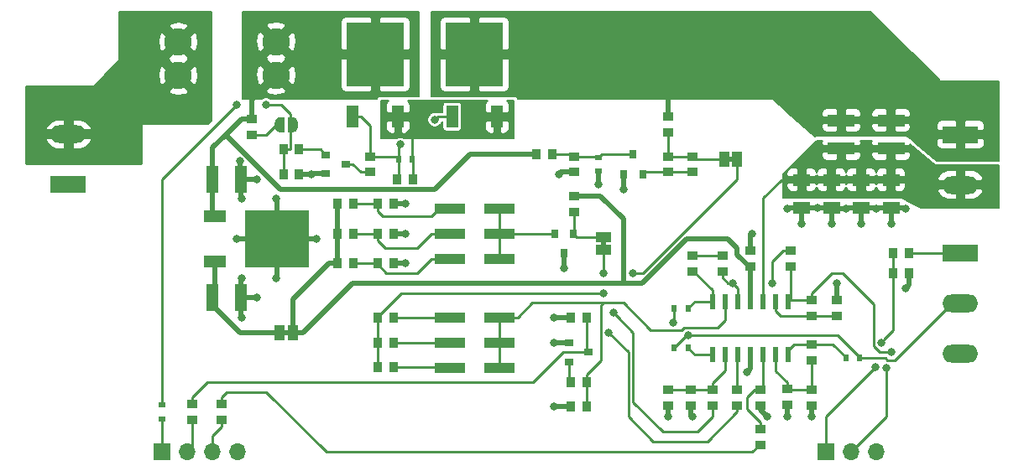
<source format=gtl>
G04 #@! TF.GenerationSoftware,KiCad,Pcbnew,5.0.0-rc2-unknown-2cb65f9~65~ubuntu17.10.1*
G04 #@! TF.CreationDate,2018-06-03T22:05:48-07:00*
G04 #@! TF.ProjectId,charge_controller,6368617267655F636F6E74726F6C6C65,rev?*
G04 #@! TF.SameCoordinates,Original*
G04 #@! TF.FileFunction,Copper,L1,Top,Signal*
G04 #@! TF.FilePolarity,Positive*
%FSLAX46Y46*%
G04 Gerber Fmt 4.6, Leading zero omitted, Abs format (unit mm)*
G04 Created by KiCad (PCBNEW 5.0.0-rc2-unknown-2cb65f9~65~ubuntu17.10.1) date Sun Jun  3 22:05:48 2018*
%MOMM*%
%LPD*%
G01*
G04 APERTURE LIST*
G04 #@! TA.AperFunction,SMDPad,CuDef*
%ADD10R,3.150000X1.000000*%
G04 #@! TD*
G04 #@! TA.AperFunction,SMDPad,CuDef*
%ADD11R,1.000000X0.820000*%
G04 #@! TD*
G04 #@! TA.AperFunction,ComponentPad*
%ADD12R,3.600000X1.800000*%
G04 #@! TD*
G04 #@! TA.AperFunction,ComponentPad*
%ADD13O,3.600000X1.800000*%
G04 #@! TD*
G04 #@! TA.AperFunction,ComponentPad*
%ADD14R,1.700000X1.700000*%
G04 #@! TD*
G04 #@! TA.AperFunction,ComponentPad*
%ADD15O,1.700000X1.700000*%
G04 #@! TD*
G04 #@! TA.AperFunction,SMDPad,CuDef*
%ADD16R,0.600000X0.700000*%
G04 #@! TD*
G04 #@! TA.AperFunction,SMDPad,CuDef*
%ADD17R,0.700000X0.600000*%
G04 #@! TD*
G04 #@! TA.AperFunction,SMDPad,CuDef*
%ADD18R,0.800000X0.900000*%
G04 #@! TD*
G04 #@! TA.AperFunction,SMDPad,CuDef*
%ADD19R,0.820000X1.000000*%
G04 #@! TD*
G04 #@! TA.AperFunction,SMDPad,CuDef*
%ADD20R,1.800000X1.220000*%
G04 #@! TD*
G04 #@! TA.AperFunction,SMDPad,CuDef*
%ADD21R,0.900000X0.800000*%
G04 #@! TD*
G04 #@! TA.AperFunction,ComponentPad*
%ADD22C,2.780000*%
G04 #@! TD*
G04 #@! TA.AperFunction,SMDPad,CuDef*
%ADD23R,1.220000X2.700000*%
G04 #@! TD*
G04 #@! TA.AperFunction,SMDPad,CuDef*
%ADD24R,2.700000X1.220000*%
G04 #@! TD*
G04 #@! TA.AperFunction,SMDPad,CuDef*
%ADD25R,1.000000X1.500000*%
G04 #@! TD*
G04 #@! TA.AperFunction,SMDPad,CuDef*
%ADD26R,0.500000X0.600000*%
G04 #@! TD*
G04 #@! TA.AperFunction,SMDPad,CuDef*
%ADD27R,1.500000X1.000000*%
G04 #@! TD*
G04 #@! TA.AperFunction,SMDPad,CuDef*
%ADD28R,0.600000X0.500000*%
G04 #@! TD*
G04 #@! TA.AperFunction,Conductor*
%ADD29C,0.100000*%
G04 #@! TD*
G04 #@! TA.AperFunction,SMDPad,CuDef*
%ADD30C,1.000000*%
G04 #@! TD*
G04 #@! TA.AperFunction,SMDPad,CuDef*
%ADD31R,0.500000X1.500000*%
G04 #@! TD*
G04 #@! TA.AperFunction,SMDPad,CuDef*
%ADD32R,0.600000X1.500000*%
G04 #@! TD*
G04 #@! TA.AperFunction,SMDPad,CuDef*
%ADD33R,1.200000X2.200000*%
G04 #@! TD*
G04 #@! TA.AperFunction,SMDPad,CuDef*
%ADD34R,5.800000X6.400000*%
G04 #@! TD*
G04 #@! TA.AperFunction,SMDPad,CuDef*
%ADD35R,2.200000X1.200000*%
G04 #@! TD*
G04 #@! TA.AperFunction,SMDPad,CuDef*
%ADD36R,6.400000X5.800000*%
G04 #@! TD*
G04 #@! TA.AperFunction,ViaPad*
%ADD37C,0.800000*%
G04 #@! TD*
G04 #@! TA.AperFunction,Conductor*
%ADD38C,0.250000*%
G04 #@! TD*
G04 #@! TA.AperFunction,Conductor*
%ADD39C,0.500000*%
G04 #@! TD*
G04 #@! TA.AperFunction,Conductor*
%ADD40C,0.254000*%
G04 #@! TD*
G04 #@! TA.AperFunction,Conductor*
%ADD41C,0.200000*%
G04 #@! TD*
G04 APERTURE END LIST*
D10*
G04 #@! TO.P,J6,6*
G04 #@! TO.N,Net-(J6-Pad6)*
X143475000Y-133460000D03*
G04 #@! TO.P,J6,5*
G04 #@! TO.N,Net-(J6-Pad1)*
X148525000Y-133460000D03*
G04 #@! TO.P,J6,4*
G04 #@! TO.N,Net-(J6-Pad4)*
X143475000Y-136000000D03*
G04 #@! TO.P,J6,3*
G04 #@! TO.N,Net-(J6-Pad1)*
X148525000Y-136000000D03*
G04 #@! TO.P,J6,2*
G04 #@! TO.N,Net-(J6-Pad2)*
X143475000Y-138540000D03*
G04 #@! TO.P,J6,1*
G04 #@! TO.N,Net-(J6-Pad1)*
X148525000Y-138540000D03*
G04 #@! TD*
G04 #@! TO.P,J3,1*
G04 #@! TO.N,Net-(J3-Pad1)*
X143475000Y-122460000D03*
G04 #@! TO.P,J3,2*
G04 #@! TO.N,Net-(D1-Pad2)*
X148525000Y-122460000D03*
G04 #@! TO.P,J3,3*
G04 #@! TO.N,Net-(J3-Pad3)*
X143475000Y-125000000D03*
G04 #@! TO.P,J3,4*
G04 #@! TO.N,Net-(D1-Pad2)*
X148525000Y-125000000D03*
G04 #@! TO.P,J3,5*
G04 #@! TO.N,Net-(J3-Pad5)*
X143475000Y-127540000D03*
G04 #@! TO.P,J3,6*
G04 #@! TO.N,Net-(D1-Pad2)*
X148525000Y-127540000D03*
G04 #@! TD*
D11*
G04 #@! TO.P,L1,1*
G04 #@! TO.N,Net-(L1-Pad1)*
X174835639Y-146350113D03*
G04 #@! TO.P,L1,2*
G04 #@! TO.N,Net-(C8-Pad1)*
X174835639Y-144750113D03*
G04 #@! TD*
G04 #@! TO.P,C8,2*
G04 #@! TO.N,GND*
X174835639Y-142350113D03*
G04 #@! TO.P,C8,1*
G04 #@! TO.N,Net-(C8-Pad1)*
X174835639Y-140750113D03*
G04 #@! TD*
G04 #@! TO.P,C9,1*
G04 #@! TO.N,GND*
X180000000Y-142350113D03*
G04 #@! TO.P,C9,2*
G04 #@! TO.N,Net-(C9-Pad2)*
X180000000Y-140750113D03*
G04 #@! TD*
D12*
G04 #@! TO.P,J5,1*
G04 #@! TO.N,/chrg_in_v*
X195000000Y-127000000D03*
D13*
G04 #@! TO.P,J5,2*
G04 #@! TO.N,/BOOST_FB*
X195000000Y-132080000D03*
G04 #@! TO.P,J5,3*
G04 #@! TO.N,GND*
X195000000Y-137160000D03*
G04 #@! TD*
D14*
G04 #@! TO.P,J7,1*
G04 #@! TO.N,/chrg_v*
X181460000Y-147000000D03*
D15*
G04 #@! TO.P,J7,2*
G04 #@! TO.N,/chrg_i*
X184000000Y-147000000D03*
G04 #@! TO.P,J7,3*
G04 #@! TO.N,GND*
X186540000Y-147000000D03*
G04 #@! TD*
D14*
G04 #@! TO.P,J1,1*
G04 #@! TO.N,/chrg_en*
X114500000Y-147000000D03*
D15*
G04 #@! TO.P,J1,2*
G04 #@! TO.N,/trickle_dis*
X117040000Y-147000000D03*
G04 #@! TO.P,J1,3*
G04 #@! TO.N,/mcu_set*
X119580000Y-147000000D03*
G04 #@! TO.P,J1,4*
G04 #@! TO.N,GND*
X122120000Y-147000000D03*
G04 #@! TD*
D16*
G04 #@! TO.P,D7,2*
G04 #@! TO.N,Net-(D7-Pad2)*
X183435639Y-137550113D03*
G04 #@! TO.P,D7,1*
G04 #@! TO.N,/BOOST_FB*
X184835639Y-137550113D03*
G04 #@! TD*
D17*
G04 #@! TO.P,D6,1*
G04 #@! TO.N,Net-(D6-Pad1)*
X158500000Y-117300000D03*
G04 #@! TO.P,D6,2*
G04 #@! TO.N,GND*
X158500000Y-118700000D03*
G04 #@! TD*
D16*
G04 #@! TO.P,D5,2*
G04 #@! TO.N,Net-(D5-Pad2)*
X138300000Y-117500000D03*
G04 #@! TO.P,D5,1*
G04 #@! TO.N,/VIN_BATT*
X139700000Y-117500000D03*
G04 #@! TD*
D18*
G04 #@! TO.P,Q5,1*
G04 #@! TO.N,GND*
X161050000Y-119000000D03*
G04 #@! TO.P,Q5,2*
G04 #@! TO.N,Net-(C7-Pad1)*
X162950000Y-119000000D03*
G04 #@! TO.P,Q5,3*
G04 #@! TO.N,Net-(D6-Pad1)*
X162000000Y-117000000D03*
G04 #@! TD*
D19*
G04 #@! TO.P,R24,1*
G04 #@! TO.N,Net-(Q1-Pad3)*
X157300000Y-133500000D03*
G04 #@! TO.P,R24,2*
G04 #@! TO.N,GND*
X155700000Y-133500000D03*
G04 #@! TD*
D11*
G04 #@! TO.P,R25,2*
G04 #@! TO.N,Net-(Q3-Pad3)*
X135500000Y-118800000D03*
G04 #@! TO.P,R25,1*
G04 #@! TO.N,Net-(D5-Pad2)*
X135500000Y-117200000D03*
G04 #@! TD*
D19*
G04 #@! TO.P,R26,1*
G04 #@! TO.N,/V_ref*
X136200000Y-136000000D03*
G04 #@! TO.P,R26,2*
G04 #@! TO.N,Net-(J6-Pad4)*
X137800000Y-136000000D03*
G04 #@! TD*
D11*
G04 #@! TO.P,R28,2*
G04 #@! TO.N,Net-(D6-Pad1)*
X156000000Y-117200000D03*
G04 #@! TO.P,R28,1*
G04 #@! TO.N,GND*
X156000000Y-118800000D03*
G04 #@! TD*
G04 #@! TO.P,R29,1*
G04 #@! TO.N,/mcu_set*
X120500000Y-143800000D03*
G04 #@! TO.P,R29,2*
G04 #@! TO.N,Net-(L1-Pad1)*
X120500000Y-142200000D03*
G04 #@! TD*
G04 #@! TO.P,R30,2*
G04 #@! TO.N,Net-(R21-Pad1)*
X177835639Y-126750113D03*
G04 #@! TO.P,R30,1*
G04 #@! TO.N,/chrg_i*
X177835639Y-128350113D03*
G04 #@! TD*
G04 #@! TO.P,R31,1*
G04 #@! TO.N,Net-(C9-Pad2)*
X177500000Y-140700000D03*
G04 #@! TO.P,R31,2*
G04 #@! TO.N,GND*
X177500000Y-142300000D03*
G04 #@! TD*
G04 #@! TO.P,R34,2*
G04 #@! TO.N,Net-(C9-Pad2)*
X180000000Y-137800000D03*
G04 #@! TO.P,R34,1*
G04 #@! TO.N,Net-(D7-Pad2)*
X180000000Y-136200000D03*
G04 #@! TD*
D19*
G04 #@! TO.P,R37,1*
G04 #@! TO.N,/chrg_v*
X188200000Y-129000000D03*
G04 #@! TO.P,R37,2*
G04 #@! TO.N,GND*
X189800000Y-129000000D03*
G04 #@! TD*
G04 #@! TO.P,R38,2*
G04 #@! TO.N,/chrg_in_v*
X189800000Y-127000000D03*
G04 #@! TO.P,R38,1*
G04 #@! TO.N,/chrg_v*
X188200000Y-127000000D03*
G04 #@! TD*
G04 #@! TO.P,R27,1*
G04 #@! TO.N,+VDC*
X152200000Y-117000000D03*
G04 #@! TO.P,R27,2*
G04 #@! TO.N,Net-(D6-Pad1)*
X153800000Y-117000000D03*
G04 #@! TD*
D20*
G04 #@! TO.P,R33,2*
G04 #@! TO.N,GND*
X182000000Y-122430000D03*
G04 #@! TO.P,R33,1*
G04 #@! TO.N,/BATT_SENSE*
X182000000Y-119570000D03*
G04 #@! TD*
G04 #@! TO.P,R32,1*
G04 #@! TO.N,/BATT_SENSE*
X179000000Y-119570000D03*
G04 #@! TO.P,R32,2*
G04 #@! TO.N,GND*
X179000000Y-122430000D03*
G04 #@! TD*
G04 #@! TO.P,R36,2*
G04 #@! TO.N,GND*
X188000000Y-122430000D03*
G04 #@! TO.P,R36,1*
G04 #@! TO.N,/BATT_SENSE*
X188000000Y-119570000D03*
G04 #@! TD*
G04 #@! TO.P,R35,1*
G04 #@! TO.N,/BATT_SENSE*
X185000000Y-119570000D03*
G04 #@! TO.P,R35,2*
G04 #@! TO.N,GND*
X185000000Y-122430000D03*
G04 #@! TD*
D11*
G04 #@! TO.P,C3,2*
G04 #@! TO.N,Net-(C3-Pad2)*
X167835639Y-140750113D03*
G04 #@! TO.P,C3,1*
G04 #@! TO.N,GND*
X167835639Y-142350113D03*
G04 #@! TD*
G04 #@! TO.P,C4,1*
G04 #@! TO.N,Net-(C4-Pad1)*
X168000000Y-128800000D03*
G04 #@! TO.P,C4,2*
G04 #@! TO.N,Net-(C4-Pad2)*
X168000000Y-127200000D03*
G04 #@! TD*
G04 #@! TO.P,C7,2*
G04 #@! TO.N,Net-(C7-Pad2)*
X168000000Y-117200000D03*
G04 #@! TO.P,C7,1*
G04 #@! TO.N,Net-(C7-Pad1)*
X168000000Y-118800000D03*
G04 #@! TD*
G04 #@! TO.P,C21,1*
G04 #@! TO.N,GND*
X173835639Y-126750113D03*
G04 #@! TO.P,C21,2*
G04 #@! TO.N,+12V*
X173835639Y-128350113D03*
G04 #@! TD*
D21*
G04 #@! TO.P,Q3,1*
G04 #@! TO.N,Net-(Q3-Pad1)*
X131000000Y-117050000D03*
G04 #@! TO.P,Q3,2*
G04 #@! TO.N,GND*
X131000000Y-118950000D03*
G04 #@! TO.P,Q3,3*
G04 #@! TO.N,Net-(Q3-Pad3)*
X133000000Y-118000000D03*
G04 #@! TD*
D11*
G04 #@! TO.P,R1,2*
G04 #@! TO.N,GND*
X182500000Y-131750113D03*
G04 #@! TO.P,R1,1*
G04 #@! TO.N,Net-(R1-Pad1)*
X182500000Y-133350113D03*
G04 #@! TD*
G04 #@! TO.P,R2,1*
G04 #@! TO.N,/chrg_i*
X180000000Y-131750113D03*
G04 #@! TO.P,R2,2*
G04 #@! TO.N,Net-(R1-Pad1)*
X180000000Y-133350113D03*
G04 #@! TD*
D19*
G04 #@! TO.P,R3,2*
G04 #@! TO.N,Net-(D4-Pad1)*
X126700000Y-119000000D03*
G04 #@! TO.P,R3,1*
G04 #@! TO.N,GND*
X128300000Y-119000000D03*
G04 #@! TD*
G04 #@! TO.P,R4,1*
G04 #@! TO.N,+12V*
X132200000Y-128000000D03*
G04 #@! TO.P,R4,2*
G04 #@! TO.N,Net-(J3-Pad5)*
X133800000Y-128000000D03*
G04 #@! TD*
G04 #@! TO.P,R5,2*
G04 #@! TO.N,GND*
X137800000Y-128000000D03*
G04 #@! TO.P,R5,1*
G04 #@! TO.N,Net-(J3-Pad5)*
X136200000Y-128000000D03*
G04 #@! TD*
G04 #@! TO.P,R6,1*
G04 #@! TO.N,Net-(D4-Pad1)*
X126700000Y-116500000D03*
G04 #@! TO.P,R6,2*
G04 #@! TO.N,Net-(Q3-Pad1)*
X128300000Y-116500000D03*
G04 #@! TD*
G04 #@! TO.P,R7,2*
G04 #@! TO.N,Net-(D5-Pad2)*
X138200000Y-119500000D03*
G04 #@! TO.P,R7,1*
G04 #@! TO.N,/VIN_BATT*
X139800000Y-119500000D03*
G04 #@! TD*
G04 #@! TO.P,R8,1*
G04 #@! TO.N,+12V*
X132200000Y-122000000D03*
G04 #@! TO.P,R8,2*
G04 #@! TO.N,Net-(J3-Pad1)*
X133800000Y-122000000D03*
G04 #@! TD*
G04 #@! TO.P,R9,2*
G04 #@! TO.N,Net-(J3-Pad3)*
X133800000Y-125000000D03*
G04 #@! TO.P,R9,1*
G04 #@! TO.N,+12V*
X132200000Y-125000000D03*
G04 #@! TD*
G04 #@! TO.P,R10,1*
G04 #@! TO.N,Net-(J3-Pad3)*
X136200000Y-125000000D03*
G04 #@! TO.P,R10,2*
G04 #@! TO.N,GND*
X137800000Y-125000000D03*
G04 #@! TD*
G04 #@! TO.P,R11,2*
G04 #@! TO.N,GND*
X137800000Y-122000000D03*
G04 #@! TO.P,R11,1*
G04 #@! TO.N,Net-(J3-Pad1)*
X136200000Y-122000000D03*
G04 #@! TD*
D11*
G04 #@! TO.P,R12,1*
G04 #@! TO.N,+BATT*
X165500000Y-113200000D03*
G04 #@! TO.P,R12,2*
G04 #@! TO.N,Net-(C7-Pad2)*
X165500000Y-114800000D03*
G04 #@! TD*
D19*
G04 #@! TO.P,R14,2*
G04 #@! TO.N,Net-(Q1-Pad2)*
X155700000Y-140000000D03*
G04 #@! TO.P,R14,1*
G04 #@! TO.N,Net-(J6-Pad1)*
X157300000Y-140000000D03*
G04 #@! TD*
G04 #@! TO.P,R16,1*
G04 #@! TO.N,/V_ref*
X136200000Y-133500000D03*
G04 #@! TO.P,R16,2*
G04 #@! TO.N,Net-(J6-Pad6)*
X137800000Y-133500000D03*
G04 #@! TD*
D11*
G04 #@! TO.P,R17,2*
G04 #@! TO.N,Net-(C7-Pad1)*
X165500000Y-118800000D03*
G04 #@! TO.P,R17,1*
G04 #@! TO.N,Net-(C7-Pad2)*
X165500000Y-117200000D03*
G04 #@! TD*
G04 #@! TO.P,R18,1*
G04 #@! TO.N,Net-(Q1-Pad3)*
X117500000Y-142200000D03*
G04 #@! TO.P,R18,2*
G04 #@! TO.N,/trickle_dis*
X117500000Y-143800000D03*
G04 #@! TD*
D19*
G04 #@! TO.P,R19,2*
G04 #@! TO.N,Net-(J6-Pad2)*
X137800000Y-138500000D03*
G04 #@! TO.P,R19,1*
G04 #@! TO.N,/V_ref*
X136200000Y-138500000D03*
G04 #@! TD*
G04 #@! TO.P,R20,1*
G04 #@! TO.N,Net-(J6-Pad1)*
X157300000Y-142500000D03*
G04 #@! TO.P,R20,2*
G04 #@! TO.N,GND*
X155700000Y-142500000D03*
G04 #@! TD*
D11*
G04 #@! TO.P,R21,2*
G04 #@! TO.N,Net-(C4-Pad2)*
X171000000Y-127200000D03*
G04 #@! TO.P,R21,1*
G04 #@! TO.N,Net-(R21-Pad1)*
X171000000Y-128800000D03*
G04 #@! TD*
G04 #@! TO.P,R22,1*
G04 #@! TO.N,Net-(C3-Pad2)*
X165500000Y-140750113D03*
G04 #@! TO.P,R22,2*
G04 #@! TO.N,GND*
X165500000Y-142350113D03*
G04 #@! TD*
G04 #@! TO.P,R23,2*
G04 #@! TO.N,Net-(R23-Pad2)*
X172500000Y-140750113D03*
G04 #@! TO.P,R23,1*
G04 #@! TO.N,/batt_v*
X172500000Y-142350113D03*
G04 #@! TD*
G04 #@! TO.P,R47,1*
G04 #@! TO.N,+12V*
X156000000Y-121200000D03*
G04 #@! TO.P,R47,2*
G04 #@! TO.N,Net-(D1-Pad1)*
X156000000Y-122800000D03*
G04 #@! TD*
G04 #@! TO.P,R13,2*
G04 #@! TO.N,+VDC*
X123500000Y-113400000D03*
G04 #@! TO.P,R13,1*
G04 #@! TO.N,Net-(JP1-Pad1)*
X123500000Y-115000000D03*
G04 #@! TD*
G04 #@! TO.P,R15,1*
G04 #@! TO.N,/V_ref*
X170000000Y-142350113D03*
G04 #@! TO.P,R15,2*
G04 #@! TO.N,Net-(C3-Pad2)*
X170000000Y-140750113D03*
G04 #@! TD*
D22*
G04 #@! TO.P,F1,1*
G04 #@! TO.N,+VDC*
X126000000Y-109000000D03*
X126000000Y-105600000D03*
G04 #@! TO.P,F1,2*
G04 #@! TO.N,/VIN*
X116080000Y-109000000D03*
X116080000Y-105600000D03*
G04 #@! TD*
D23*
G04 #@! TO.P,C1,2*
G04 #@! TO.N,+VDC*
X119570000Y-119500000D03*
G04 #@! TO.P,C1,1*
G04 #@! TO.N,GND*
X122430000Y-119500000D03*
G04 #@! TD*
D24*
G04 #@! TO.P,C6,1*
G04 #@! TO.N,/BATT_SENSE*
X188000000Y-116430000D03*
G04 #@! TO.P,C6,2*
G04 #@! TO.N,+BATT*
X188000000Y-113570000D03*
G04 #@! TD*
G04 #@! TO.P,C5,2*
G04 #@! TO.N,+BATT*
X183000000Y-113570000D03*
G04 #@! TO.P,C5,1*
G04 #@! TO.N,/BATT_SENSE*
X183000000Y-116430000D03*
G04 #@! TD*
D23*
G04 #@! TO.P,C2,1*
G04 #@! TO.N,GND*
X122430000Y-131500000D03*
G04 #@! TO.P,C2,2*
G04 #@! TO.N,/12V_O*
X119570000Y-131500000D03*
G04 #@! TD*
D13*
G04 #@! TO.P,J2,2*
G04 #@! TO.N,/VIN*
X105000000Y-114920000D03*
D12*
G04 #@! TO.P,J2,1*
G04 #@! TO.N,GND*
X105000000Y-120000000D03*
G04 #@! TD*
D13*
G04 #@! TO.P,J4,2*
G04 #@! TO.N,/BATT_SENSE*
X195000000Y-120080000D03*
D12*
G04 #@! TO.P,J4,1*
G04 #@! TO.N,+BATT*
X195000000Y-115000000D03*
G04 #@! TD*
D16*
G04 #@! TO.P,D2,2*
G04 #@! TO.N,Net-(D2-Pad2)*
X167535639Y-136550113D03*
G04 #@! TO.P,D2,1*
G04 #@! TO.N,/BOOST_FB*
X166135639Y-136550113D03*
G04 #@! TD*
G04 #@! TO.P,D3,1*
G04 #@! TO.N,/BOOST_FB*
X166135639Y-132550113D03*
G04 #@! TO.P,D3,2*
G04 #@! TO.N,Net-(C4-Pad1)*
X167535639Y-132550113D03*
G04 #@! TD*
D17*
G04 #@! TO.P,D4,2*
G04 #@! TO.N,/chrg_en*
X114500000Y-143700000D03*
G04 #@! TO.P,D4,1*
G04 #@! TO.N,Net-(D4-Pad1)*
X114500000Y-142300000D03*
G04 #@! TD*
D25*
G04 #@! TO.P,L10,1*
G04 #@! TO.N,+12V*
X127650000Y-135000000D03*
G04 #@! TO.P,L10,2*
G04 #@! TO.N,/12V_O*
X126350000Y-135000000D03*
D26*
G04 #@! TO.P,L10,1*
G04 #@! TO.N,+12V*
X127000000Y-135000000D03*
G04 #@! TD*
D27*
G04 #@! TO.P,JP3,1*
G04 #@! TO.N,Net-(D1-Pad1)*
X159000000Y-125350000D03*
G04 #@! TO.P,JP3,2*
G04 #@! TO.N,/V_ref*
X159000000Y-126650000D03*
D28*
G04 #@! TO.P,JP3,1*
G04 #@! TO.N,Net-(D1-Pad1)*
X159000000Y-126000000D03*
G04 #@! TD*
D26*
G04 #@! TO.P,JP4,1*
G04 #@! TO.N,Net-(C7-Pad2)*
X171835639Y-117500000D03*
D25*
G04 #@! TO.P,JP4,2*
G04 #@! TO.N,/batt_v*
X172485639Y-117500000D03*
G04 #@! TO.P,JP4,1*
G04 #@! TO.N,Net-(C7-Pad2)*
X171185639Y-117500000D03*
G04 #@! TD*
D29*
G04 #@! TO.N,Net-(D4-Pad1)*
G04 #@! TO.C,JP1*
G36*
X127699010Y-113252408D02*
X127747546Y-113259607D01*
X127795143Y-113271530D01*
X127841343Y-113288060D01*
X127885699Y-113309039D01*
X127927786Y-113334265D01*
X127967198Y-113363495D01*
X128003554Y-113396447D01*
X128036506Y-113432803D01*
X128065736Y-113472215D01*
X128090962Y-113514302D01*
X128111941Y-113558658D01*
X128128471Y-113604858D01*
X128140394Y-113652455D01*
X128147593Y-113700991D01*
X128150001Y-113750000D01*
X128150001Y-114250000D01*
X128147593Y-114299009D01*
X128140394Y-114347545D01*
X128128471Y-114395142D01*
X128111941Y-114441342D01*
X128090962Y-114485698D01*
X128065736Y-114527785D01*
X128036506Y-114567197D01*
X128003554Y-114603553D01*
X127967198Y-114636505D01*
X127927786Y-114665735D01*
X127885699Y-114690961D01*
X127841343Y-114711940D01*
X127795143Y-114728470D01*
X127747546Y-114740393D01*
X127699010Y-114747592D01*
X127650001Y-114750000D01*
X127649999Y-114750000D01*
X127600990Y-114747592D01*
X127552454Y-114740393D01*
X127504857Y-114728470D01*
X127458657Y-114711940D01*
X127414301Y-114690961D01*
X127372214Y-114665735D01*
X127332802Y-114636505D01*
X127296446Y-114603553D01*
X127263494Y-114567197D01*
X127234264Y-114527785D01*
X127209038Y-114485698D01*
X127188059Y-114441342D01*
X127171529Y-114395142D01*
X127159606Y-114347545D01*
X127152407Y-114299009D01*
X127149999Y-114250000D01*
X127149999Y-113750000D01*
X127152407Y-113700991D01*
X127159606Y-113652455D01*
X127171529Y-113604858D01*
X127188059Y-113558658D01*
X127209038Y-113514302D01*
X127234264Y-113472215D01*
X127263494Y-113432803D01*
X127296446Y-113396447D01*
X127332802Y-113363495D01*
X127372214Y-113334265D01*
X127414301Y-113309039D01*
X127458657Y-113288060D01*
X127504857Y-113271530D01*
X127552454Y-113259607D01*
X127600990Y-113252408D01*
X127649999Y-113250000D01*
X127650001Y-113250000D01*
X127699010Y-113252408D01*
X127699010Y-113252408D01*
G37*
D30*
G04 #@! TD*
G04 #@! TO.P,JP1,2*
G04 #@! TO.N,Net-(D4-Pad1)*
X127650000Y-114000000D03*
D29*
G04 #@! TO.N,Net-(JP1-Pad1)*
G04 #@! TO.C,JP1*
G36*
X126399010Y-113252408D02*
X126447546Y-113259607D01*
X126495143Y-113271530D01*
X126541343Y-113288060D01*
X126585699Y-113309039D01*
X126627786Y-113334265D01*
X126667198Y-113363495D01*
X126703554Y-113396447D01*
X126736506Y-113432803D01*
X126765736Y-113472215D01*
X126790962Y-113514302D01*
X126811941Y-113558658D01*
X126828471Y-113604858D01*
X126840394Y-113652455D01*
X126847593Y-113700991D01*
X126850001Y-113750000D01*
X126850001Y-114250000D01*
X126847593Y-114299009D01*
X126840394Y-114347545D01*
X126828471Y-114395142D01*
X126811941Y-114441342D01*
X126790962Y-114485698D01*
X126765736Y-114527785D01*
X126736506Y-114567197D01*
X126703554Y-114603553D01*
X126667198Y-114636505D01*
X126627786Y-114665735D01*
X126585699Y-114690961D01*
X126541343Y-114711940D01*
X126495143Y-114728470D01*
X126447546Y-114740393D01*
X126399010Y-114747592D01*
X126350001Y-114750000D01*
X126349999Y-114750000D01*
X126300990Y-114747592D01*
X126252454Y-114740393D01*
X126204857Y-114728470D01*
X126158657Y-114711940D01*
X126114301Y-114690961D01*
X126072214Y-114665735D01*
X126032802Y-114636505D01*
X125996446Y-114603553D01*
X125963494Y-114567197D01*
X125934264Y-114527785D01*
X125909038Y-114485698D01*
X125888059Y-114441342D01*
X125871529Y-114395142D01*
X125859606Y-114347545D01*
X125852407Y-114299009D01*
X125849999Y-114250000D01*
X125849999Y-113750000D01*
X125852407Y-113700991D01*
X125859606Y-113652455D01*
X125871529Y-113604858D01*
X125888059Y-113558658D01*
X125909038Y-113514302D01*
X125934264Y-113472215D01*
X125963494Y-113432803D01*
X125996446Y-113396447D01*
X126032802Y-113363495D01*
X126072214Y-113334265D01*
X126114301Y-113309039D01*
X126158657Y-113288060D01*
X126204857Y-113271530D01*
X126252454Y-113259607D01*
X126300990Y-113252408D01*
X126349999Y-113250000D01*
X126350001Y-113250000D01*
X126399010Y-113252408D01*
X126399010Y-113252408D01*
G37*
D30*
G04 #@! TD*
G04 #@! TO.P,JP1,1*
G04 #@! TO.N,Net-(JP1-Pad1)*
X126350000Y-114000000D03*
D31*
G04 #@! TO.P,JP1,1*
G04 #@! TO.N,Net-(JP1-Pad1)*
X126600000Y-114000000D03*
G04 #@! TO.P,JP1,2*
G04 #@! TO.N,Net-(D4-Pad1)*
X127400000Y-114000000D03*
G04 #@! TD*
D32*
G04 #@! TO.P,U1,1*
G04 #@! TO.N,/chrg_i*
X177645639Y-131850113D03*
G04 #@! TO.P,U1,2*
G04 #@! TO.N,Net-(R1-Pad1)*
X176375639Y-131850113D03*
G04 #@! TO.P,U1,3*
G04 #@! TO.N,/BATT_SENSE*
X175105639Y-131850113D03*
G04 #@! TO.P,U1,4*
G04 #@! TO.N,+12V*
X173835639Y-131850113D03*
G04 #@! TO.P,U1,5*
G04 #@! TO.N,Net-(R21-Pad1)*
X172565639Y-131850113D03*
G04 #@! TO.P,U1,6*
G04 #@! TO.N,Net-(J6-Pad1)*
X171295639Y-131850113D03*
G04 #@! TO.P,U1,7*
G04 #@! TO.N,Net-(C4-Pad1)*
X170025639Y-131850113D03*
G04 #@! TO.P,U1,8*
G04 #@! TO.N,Net-(D2-Pad2)*
X170025639Y-137250113D03*
G04 #@! TO.P,U1,9*
G04 #@! TO.N,Net-(C3-Pad2)*
X171295639Y-137250113D03*
G04 #@! TO.P,U1,10*
G04 #@! TO.N,Net-(R23-Pad2)*
X172565639Y-137250113D03*
G04 #@! TO.P,U1,11*
G04 #@! TO.N,GND*
X173835639Y-137250113D03*
G04 #@! TO.P,U1,12*
G04 #@! TO.N,Net-(C8-Pad1)*
X175105639Y-137250113D03*
G04 #@! TO.P,U1,13*
G04 #@! TO.N,Net-(C9-Pad2)*
X176375639Y-137250113D03*
G04 #@! TO.P,U1,14*
G04 #@! TO.N,Net-(D7-Pad2)*
X177645639Y-137250113D03*
G04 #@! TD*
D21*
G04 #@! TO.P,Q1,3*
G04 #@! TO.N,Net-(Q1-Pad3)*
X157500000Y-137000000D03*
G04 #@! TO.P,Q1,2*
G04 #@! TO.N,Net-(Q1-Pad2)*
X155500000Y-137950000D03*
G04 #@! TO.P,Q1,1*
G04 #@! TO.N,GND*
X155500000Y-136050000D03*
G04 #@! TD*
D18*
G04 #@! TO.P,D1,1*
G04 #@! TO.N,Net-(D1-Pad1)*
X155950000Y-125000000D03*
G04 #@! TO.P,D1,2*
G04 #@! TO.N,Net-(D1-Pad2)*
X154050000Y-125000000D03*
G04 #@! TO.P,D1,3*
G04 #@! TO.N,GND*
X155000000Y-127000000D03*
G04 #@! TD*
D33*
G04 #@! TO.P,Q2,1*
G04 #@! TO.N,Net-(D5-Pad2)*
X133720000Y-113200000D03*
G04 #@! TO.P,Q2,3*
G04 #@! TO.N,/VIN_BATT*
X138280000Y-113200000D03*
D34*
G04 #@! TO.P,Q2,2*
G04 #@! TO.N,+VDC*
X136000000Y-106900000D03*
G04 #@! TD*
G04 #@! TO.P,Q4,2*
G04 #@! TO.N,+BATT*
X146000000Y-106900000D03*
D33*
G04 #@! TO.P,Q4,3*
G04 #@! TO.N,/VIN_BATT*
X148280000Y-113200000D03*
G04 #@! TO.P,Q4,1*
G04 #@! TO.N,Net-(D5-Pad2)*
X143720000Y-113200000D03*
G04 #@! TD*
D35*
G04 #@! TO.P,U2,1*
G04 #@! TO.N,+VDC*
X119800000Y-123220000D03*
G04 #@! TO.P,U2,3*
G04 #@! TO.N,/12V_O*
X119800000Y-127780000D03*
D36*
G04 #@! TO.P,U2,2*
G04 #@! TO.N,GND*
X126100000Y-125500000D03*
G04 #@! TD*
D37*
G04 #@! TO.N,/V_ref*
X159000000Y-131000000D03*
X160000000Y-133000000D03*
X159000000Y-129000000D03*
G04 #@! TO.N,GND*
X122500000Y-121500008D03*
X123999992Y-119500000D03*
X129500000Y-119000000D03*
X139000000Y-122000000D03*
X139000000Y-125000000D03*
X139000000Y-128000000D03*
X130000000Y-125500000D03*
X126000000Y-121500000D03*
X126000000Y-129500000D03*
X122000000Y-125500000D03*
X124000000Y-131500000D03*
X122500000Y-133500000D03*
X122500000Y-129500000D03*
X155000000Y-128500000D03*
X122313592Y-117686400D03*
X161000000Y-120500000D03*
X158500000Y-120000000D03*
X154500000Y-119000000D03*
X154000000Y-142500000D03*
X154000000Y-136000000D03*
X154000000Y-133500000D03*
X168000000Y-143500000D03*
X165500000Y-143500000D03*
X173500000Y-139000000D03*
X175500000Y-143500000D03*
X177500000Y-143500000D03*
X180000000Y-143500000D03*
X174000000Y-125000000D03*
X182500000Y-130000000D03*
X179000000Y-124000000D03*
X182000000Y-124000000D03*
X185000000Y-124000000D03*
X188000000Y-124000000D03*
X186500000Y-122500000D03*
X183500000Y-122500000D03*
X180570000Y-122430000D03*
X189500000Y-130500000D03*
X189500000Y-122500000D03*
X177500000Y-122500000D03*
G04 #@! TO.N,Net-(D4-Pad1)*
X125000000Y-112000000D03*
X122000000Y-111999994D03*
G04 #@! TO.N,Net-(D5-Pad2)*
X142000000Y-113500000D03*
X138500000Y-116000000D03*
G04 #@! TO.N,/chrg_v*
X187000000Y-136000000D03*
X186443947Y-138499779D03*
G04 #@! TO.N,Net-(R21-Pad1)*
X172000000Y-130000000D03*
X176000000Y-130000000D03*
G04 #@! TO.N,/chrg_i*
X187493255Y-138538208D03*
X188000000Y-137000000D03*
G04 #@! TO.N,/batt_v*
X162000000Y-129000000D03*
X159500000Y-135000000D03*
G04 #@! TO.N,/BOOST_FB*
X166000018Y-134000000D03*
X167553636Y-135275010D03*
G04 #@! TD*
D38*
G04 #@! TO.N,/V_ref*
X136200000Y-133500000D02*
X136200000Y-136000000D01*
X136200000Y-136750000D02*
X136200000Y-138500000D01*
X136200000Y-136000000D02*
X136200000Y-136750000D01*
X136200000Y-133410000D02*
X138610000Y-131000000D01*
X136200000Y-133500000D02*
X136200000Y-133410000D01*
X138610000Y-131000000D02*
X159000000Y-131000000D01*
X159000000Y-126650000D02*
X159000000Y-129000000D01*
X160399999Y-133399999D02*
X160000000Y-133000000D01*
X162000011Y-142000011D02*
X162000011Y-135000011D01*
X170000000Y-142350113D02*
X170000000Y-143500000D01*
X170000000Y-143500000D02*
X168500000Y-145000000D01*
X165000000Y-145000000D02*
X162000011Y-142000011D01*
X168500000Y-145000000D02*
X165000000Y-145000000D01*
X162000011Y-135000011D02*
X160399999Y-133399999D01*
G04 #@! TO.N,Net-(Q1-Pad2)*
X155500000Y-139800000D02*
X155700000Y-140000000D01*
X155500000Y-137950000D02*
X155500000Y-139800000D01*
G04 #@! TO.N,Net-(R1-Pad1)*
X176375639Y-132850113D02*
X176375639Y-131850113D01*
X176875639Y-133350113D02*
X176375639Y-132850113D01*
X180000000Y-133350113D02*
X176875639Y-133350113D01*
X182500000Y-133350113D02*
X180000000Y-133350113D01*
D39*
G04 #@! TO.N,GND*
X122430000Y-121430008D02*
X122500000Y-121500008D01*
X122430000Y-119500000D02*
X122430000Y-121430008D01*
X122430000Y-119500000D02*
X123999992Y-119500000D01*
X128300000Y-119000000D02*
X129500000Y-119000000D01*
X129550000Y-118950000D02*
X129500000Y-119000000D01*
X131000000Y-118950000D02*
X129550000Y-118950000D01*
X137800000Y-122000000D02*
X139000000Y-122000000D01*
X137800000Y-125000000D02*
X139000000Y-125000000D01*
X137800000Y-128000000D02*
X139000000Y-128000000D01*
X126100000Y-125500000D02*
X130000000Y-125500000D01*
X126100000Y-125500000D02*
X126100000Y-121600000D01*
X126100000Y-121600000D02*
X126000000Y-121500000D01*
X126100000Y-125500000D02*
X126100000Y-129400000D01*
X126100000Y-129400000D02*
X126000000Y-129500000D01*
X126100000Y-125500000D02*
X122000000Y-125500000D01*
X122430000Y-131500000D02*
X124000000Y-131500000D01*
X122430000Y-131500000D02*
X122430000Y-133430000D01*
X122430000Y-133430000D02*
X122500000Y-133500000D01*
X122430000Y-131500000D02*
X122430000Y-129570000D01*
X122430000Y-129570000D02*
X122500000Y-129500000D01*
X155000000Y-127000000D02*
X155000000Y-128500000D01*
X122313592Y-119383592D02*
X122313592Y-118252085D01*
X122313592Y-118252085D02*
X122313592Y-117686400D01*
X122430000Y-119500000D02*
X122313592Y-119383592D01*
X161050000Y-119000000D02*
X161050000Y-120450000D01*
X161050000Y-120450000D02*
X161000000Y-120500000D01*
X158500000Y-118700000D02*
X158500000Y-120000000D01*
X156000000Y-118800000D02*
X154700000Y-118800000D01*
X154700000Y-118800000D02*
X154500000Y-119000000D01*
X155700000Y-142500000D02*
X154000000Y-142500000D01*
X155500000Y-136050000D02*
X154050000Y-136050000D01*
X154050000Y-136050000D02*
X154000000Y-136000000D01*
X155700000Y-133500000D02*
X154000000Y-133500000D01*
X167835639Y-142350113D02*
X167835639Y-143335639D01*
X167835639Y-143335639D02*
X168000000Y-143500000D01*
X165500000Y-142350113D02*
X165500000Y-143500000D01*
X173835639Y-137250113D02*
X173835639Y-138664361D01*
X173835639Y-138664361D02*
X173500000Y-139000000D01*
X174835639Y-142350113D02*
X174835639Y-142835639D01*
X174835639Y-142835639D02*
X175500000Y-143500000D01*
X177500000Y-142300000D02*
X177500000Y-143500000D01*
X180000000Y-142350113D02*
X180000000Y-143500000D01*
X173835639Y-126750113D02*
X173835639Y-125164361D01*
X173835639Y-125164361D02*
X174000000Y-125000000D01*
X182500000Y-131750113D02*
X182500000Y-130000000D01*
X179000000Y-122430000D02*
X179000000Y-124000000D01*
X182000000Y-122430000D02*
X182000000Y-124000000D01*
X185000000Y-122430000D02*
X185000000Y-124000000D01*
X188000000Y-122430000D02*
X188000000Y-124000000D01*
X188000000Y-122430000D02*
X186570000Y-122430000D01*
X186570000Y-122430000D02*
X186500000Y-122500000D01*
X186430000Y-122430000D02*
X186500000Y-122500000D01*
X185000000Y-122430000D02*
X186430000Y-122430000D01*
X185000000Y-122430000D02*
X183570000Y-122430000D01*
X183570000Y-122430000D02*
X183500000Y-122500000D01*
X182070000Y-122500000D02*
X182000000Y-122430000D01*
X183500000Y-122500000D02*
X182070000Y-122500000D01*
X182000000Y-122430000D02*
X180570000Y-122430000D01*
X179000000Y-122430000D02*
X180570000Y-122430000D01*
X189800000Y-129000000D02*
X189800000Y-130200000D01*
X189800000Y-130200000D02*
X189500000Y-130500000D01*
X188000000Y-122430000D02*
X189430000Y-122430000D01*
X189430000Y-122430000D02*
X189500000Y-122500000D01*
X179000000Y-122430000D02*
X177570000Y-122430000D01*
X177570000Y-122430000D02*
X177500000Y-122500000D01*
D38*
G04 #@! TO.N,Net-(D1-Pad1)*
X156300000Y-125350000D02*
X155950000Y-125000000D01*
X159000000Y-125350000D02*
X156300000Y-125350000D01*
X156000000Y-124950000D02*
X155950000Y-125000000D01*
X156000000Y-122800000D02*
X156000000Y-124950000D01*
X159000000Y-125350000D02*
X159000000Y-125774999D01*
D39*
G04 #@! TO.N,+12V*
X131290000Y-128000000D02*
X132200000Y-128000000D01*
X127650000Y-131640000D02*
X131290000Y-128000000D01*
X127650000Y-135000000D02*
X127650000Y-131640000D01*
X132200000Y-122000000D02*
X132200000Y-125000000D01*
X132200000Y-125000000D02*
X132200000Y-128000000D01*
X128650000Y-135000000D02*
X133650000Y-130000000D01*
X127650000Y-135000000D02*
X128650000Y-135000000D01*
X173835639Y-128350113D02*
X173835639Y-131850113D01*
X133650000Y-130000000D02*
X161000000Y-130000000D01*
X161000000Y-123500000D02*
X161000000Y-130000000D01*
X156000000Y-121200000D02*
X158700000Y-121200000D01*
X158700000Y-121200000D02*
X161000000Y-123500000D01*
X167383898Y-125500000D02*
X171500000Y-125500000D01*
X162883898Y-130000000D02*
X167383898Y-125500000D01*
X172500000Y-127104474D02*
X173745639Y-128350113D01*
X161000000Y-130000000D02*
X162883898Y-130000000D01*
X171500000Y-125500000D02*
X172500000Y-126500000D01*
X173745639Y-128350113D02*
X173835639Y-128350113D01*
X172500000Y-126500000D02*
X172500000Y-127104474D01*
X127650000Y-135000000D02*
X127350001Y-135000000D01*
D38*
G04 #@! TO.N,Net-(R23-Pad2)*
X172500000Y-137315752D02*
X172565639Y-137250113D01*
X172500000Y-140750113D02*
X172500000Y-137315752D01*
G04 #@! TO.N,Net-(C3-Pad2)*
X171295639Y-138250113D02*
X171295639Y-137250113D01*
X171295639Y-138794474D02*
X171295639Y-138250113D01*
X170000000Y-140090113D02*
X171295639Y-138794474D01*
X170000000Y-140750113D02*
X170000000Y-140090113D01*
X167835639Y-140750113D02*
X170000000Y-140750113D01*
X167835639Y-140750113D02*
X165500000Y-140750113D01*
G04 #@! TO.N,Net-(C4-Pad2)*
X168750000Y-127200000D02*
X171000000Y-127200000D01*
X168000000Y-127200000D02*
X168750000Y-127200000D01*
G04 #@! TO.N,Net-(C7-Pad2)*
X165500000Y-117200000D02*
X165500000Y-114800000D01*
X167250000Y-117200000D02*
X165500000Y-117200000D01*
X168000000Y-117200000D02*
X167250000Y-117200000D01*
X168300000Y-117500000D02*
X168000000Y-117200000D01*
X171185639Y-117500000D02*
X168300000Y-117500000D01*
X171185639Y-117500000D02*
X171610638Y-117500000D01*
G04 #@! TO.N,Net-(D4-Pad1)*
X127400000Y-116460000D02*
X127360000Y-116500000D01*
X127360000Y-116500000D02*
X126700000Y-116500000D01*
X127400000Y-114000000D02*
X127400000Y-116460000D01*
X126700000Y-116500000D02*
X126700000Y-119000000D01*
X127400000Y-113000000D02*
X127400000Y-114000000D01*
X127400000Y-112900000D02*
X127400000Y-113000000D01*
X126500000Y-112000000D02*
X127400000Y-112900000D01*
X125000000Y-112000000D02*
X126500000Y-112000000D01*
X114500000Y-119499994D02*
X121600001Y-112399993D01*
X121600001Y-112399993D02*
X122000000Y-111999994D01*
X114500000Y-142300000D02*
X114500000Y-119499994D01*
G04 #@! TO.N,Net-(Q1-Pad3)*
X157300000Y-136800000D02*
X157500000Y-137000000D01*
X157300000Y-133500000D02*
X157300000Y-136800000D01*
X117500000Y-141500000D02*
X117500000Y-142200000D01*
X119000000Y-140000000D02*
X117500000Y-141500000D01*
X151924998Y-140000000D02*
X119000000Y-140000000D01*
X157500000Y-137000000D02*
X154924998Y-137000000D01*
X154924998Y-137000000D02*
X151924998Y-140000000D01*
D39*
G04 #@! TO.N,+BATT*
X165500000Y-113200000D02*
X165500000Y-108000000D01*
X164400000Y-106900000D02*
X146000000Y-106900000D01*
X165500000Y-108000000D02*
X164400000Y-106900000D01*
G04 #@! TO.N,+VDC*
X123500000Y-111500000D02*
X123500000Y-113400000D01*
X126000000Y-109000000D02*
X123500000Y-111500000D01*
X119570000Y-116330000D02*
X119570000Y-117650000D01*
X119570000Y-117650000D02*
X119570000Y-119500000D01*
X123500000Y-113400000D02*
X122500000Y-113400000D01*
X119570000Y-122990000D02*
X119800000Y-123220000D01*
X119570000Y-119500000D02*
X119570000Y-122990000D01*
X152200000Y-117000000D02*
X145500000Y-117000000D01*
X141999999Y-120500001D02*
X126400001Y-120500001D01*
X145500000Y-117000000D02*
X141999999Y-120500001D01*
X120900000Y-115000000D02*
X119570000Y-116330000D01*
X126400001Y-120500001D02*
X120900000Y-115000000D01*
X122500000Y-113400000D02*
X120900000Y-115000000D01*
D38*
G04 #@! TO.N,Net-(D1-Pad2)*
X148525000Y-122460000D02*
X148525000Y-125000000D01*
X148525000Y-125000000D02*
X148525000Y-127540000D01*
X148525000Y-125000000D02*
X154050000Y-125000000D01*
G04 #@! TO.N,Net-(C4-Pad1)*
X167535639Y-132500113D02*
X167535639Y-132550113D01*
X168185639Y-131850113D02*
X167535639Y-132500113D01*
X170025639Y-131850113D02*
X168185639Y-131850113D01*
X170025639Y-130735639D02*
X170025639Y-131850113D01*
X168000000Y-128800000D02*
X168090000Y-128800000D01*
X168090000Y-128800000D02*
X170025639Y-130735639D01*
G04 #@! TO.N,Net-(D2-Pad2)*
X167535639Y-136600113D02*
X167535639Y-136550113D01*
X168185639Y-137250113D02*
X167535639Y-136600113D01*
X170025639Y-137250113D02*
X168185639Y-137250113D01*
G04 #@! TO.N,Net-(Q3-Pad1)*
X130450000Y-116500000D02*
X131000000Y-117050000D01*
X128300000Y-116500000D02*
X130450000Y-116500000D01*
G04 #@! TO.N,Net-(D6-Pad1)*
X155800000Y-117000000D02*
X156000000Y-117200000D01*
X153800000Y-117000000D02*
X155800000Y-117000000D01*
X158400000Y-117200000D02*
X158500000Y-117300000D01*
X156000000Y-117200000D02*
X158400000Y-117200000D01*
X158800000Y-117000000D02*
X158500000Y-117300000D01*
X162000000Y-117000000D02*
X158800000Y-117000000D01*
G04 #@! TO.N,Net-(D5-Pad2)*
X134570000Y-113200000D02*
X133720000Y-113200000D01*
X135500000Y-114130000D02*
X134570000Y-113200000D01*
X135500000Y-117200000D02*
X135500000Y-114130000D01*
X138000000Y-117200000D02*
X138300000Y-117500000D01*
X135500000Y-117200000D02*
X138000000Y-117200000D01*
X138300000Y-119400000D02*
X138200000Y-119500000D01*
X138300000Y-117500000D02*
X138300000Y-119400000D01*
X138200000Y-119500000D02*
X138200000Y-119590000D01*
X143720000Y-113200000D02*
X142300000Y-113200000D01*
X142300000Y-113200000D02*
X142000000Y-113500000D01*
X138300000Y-116200000D02*
X138500000Y-116000000D01*
X138300000Y-117500000D02*
X138300000Y-116200000D01*
G04 #@! TO.N,/chrg_in_v*
X189800000Y-127000000D02*
X195000000Y-127000000D01*
G04 #@! TO.N,/chrg_v*
X188200000Y-127000000D02*
X188200000Y-129000000D01*
X187399999Y-135600001D02*
X187000000Y-136000000D01*
X188200000Y-129000000D02*
X188200000Y-134800000D01*
X188200000Y-134800000D02*
X187399999Y-135600001D01*
X181460000Y-143483726D02*
X186043948Y-138899778D01*
X181460000Y-147000000D02*
X181460000Y-143483726D01*
X186043948Y-138899778D02*
X186443947Y-138499779D01*
G04 #@! TO.N,Net-(C9-Pad2)*
X176375639Y-138915639D02*
X176375639Y-138250113D01*
X176375639Y-138250113D02*
X176375639Y-137250113D01*
X177500000Y-140040000D02*
X176375639Y-138915639D01*
X177500000Y-140700000D02*
X177500000Y-140040000D01*
X180000000Y-138460000D02*
X180000000Y-140750113D01*
X180000000Y-137800000D02*
X180000000Y-138460000D01*
X177550113Y-140750113D02*
X177500000Y-140700000D01*
X180000000Y-140750113D02*
X177550113Y-140750113D01*
G04 #@! TO.N,Net-(D7-Pad2)*
X179250000Y-136200000D02*
X180000000Y-136200000D01*
X177645639Y-136800113D02*
X178245752Y-136200000D01*
X178245752Y-136200000D02*
X179250000Y-136200000D01*
X177645639Y-137250113D02*
X177645639Y-136800113D01*
X183435639Y-137500113D02*
X183435639Y-137550113D01*
X182135526Y-136200000D02*
X183435639Y-137500113D01*
X180000000Y-136200000D02*
X182135526Y-136200000D01*
G04 #@! TO.N,Net-(R21-Pad1)*
X172565639Y-130565639D02*
X172565639Y-131850113D01*
X172000000Y-130000000D02*
X172565639Y-130565639D01*
X171540000Y-130000000D02*
X172000000Y-130000000D01*
X171000000Y-128800000D02*
X171000000Y-129460000D01*
X171000000Y-129460000D02*
X171540000Y-130000000D01*
X177085639Y-126750113D02*
X176000000Y-127835752D01*
X177835639Y-126750113D02*
X177085639Y-126750113D01*
X176000000Y-127835752D02*
X176000000Y-130000000D01*
G04 #@! TO.N,/chrg_i*
X177835639Y-131660113D02*
X177645639Y-131850113D01*
X177835639Y-128350113D02*
X177835639Y-131660113D01*
X177745639Y-131750113D02*
X177645639Y-131850113D01*
X180000000Y-131750113D02*
X177745639Y-131750113D01*
X184000000Y-147000000D02*
X187493255Y-143506745D01*
X187493255Y-143506745D02*
X187493255Y-139103893D01*
X187493255Y-139103893D02*
X187493255Y-138538208D01*
X186852996Y-137000000D02*
X188000000Y-137000000D01*
X180000000Y-131000000D02*
X182000000Y-129000000D01*
X180000000Y-131750113D02*
X180000000Y-131000000D01*
X183090113Y-129000000D02*
X186224998Y-132134885D01*
X186224998Y-132134885D02*
X186224998Y-136372002D01*
X182000000Y-129000000D02*
X183090113Y-129000000D01*
X186224998Y-136372002D02*
X186852996Y-137000000D01*
G04 #@! TO.N,/mcu_set*
X120500000Y-144500000D02*
X120500000Y-143800000D01*
X119580000Y-147000000D02*
X119580000Y-145420000D01*
X119580000Y-145420000D02*
X120500000Y-144500000D01*
G04 #@! TO.N,Net-(L1-Pad1)*
X120500000Y-141500000D02*
X120500000Y-142200000D01*
X174745639Y-146350113D02*
X174020638Y-147075114D01*
X131075114Y-147075114D02*
X125000000Y-141000000D01*
X174835639Y-146350113D02*
X174745639Y-146350113D01*
X174020638Y-147075114D02*
X131075114Y-147075114D01*
X125000000Y-141000000D02*
X121000000Y-141000000D01*
X121000000Y-141000000D02*
X120500000Y-141500000D01*
G04 #@! TO.N,/trickle_dis*
X117500000Y-146540000D02*
X117040000Y-147000000D01*
X117500000Y-143800000D02*
X117500000Y-146540000D01*
G04 #@! TO.N,Net-(J6-Pad2)*
X143435000Y-138500000D02*
X143475000Y-138540000D01*
X137800000Y-138500000D02*
X143435000Y-138500000D01*
G04 #@! TO.N,Net-(Q3-Pad3)*
X134500000Y-118800000D02*
X135500000Y-118800000D01*
X133000000Y-118000000D02*
X133700000Y-118000000D01*
X133700000Y-118000000D02*
X134500000Y-118800000D01*
G04 #@! TO.N,/batt_v*
X172500000Y-143000000D02*
X172500000Y-142350113D01*
X169500000Y-146000000D02*
X172500000Y-143000000D01*
X164000000Y-146000000D02*
X169500000Y-146000000D01*
X159500000Y-135000000D02*
X161500000Y-137000000D01*
X161500000Y-143500000D02*
X164000000Y-146000000D01*
X161500000Y-137000000D02*
X161500000Y-143500000D01*
X163000000Y-129000000D02*
X162000000Y-129000000D01*
X172485639Y-119514361D02*
X163000000Y-129000000D01*
X172485639Y-117500000D02*
X172485639Y-119514361D01*
G04 #@! TO.N,Net-(J6-Pad1)*
X157300000Y-140000000D02*
X157300000Y-142500000D01*
X148525000Y-138540000D02*
X148525000Y-136000000D01*
X148525000Y-135250000D02*
X148525000Y-133460000D01*
X148525000Y-136000000D02*
X148525000Y-135250000D01*
X150350000Y-133460000D02*
X148525000Y-133460000D01*
X159000000Y-132000000D02*
X151810000Y-132000000D01*
X151810000Y-132000000D02*
X150350000Y-133460000D01*
X158724999Y-137825001D02*
X157300000Y-139250000D01*
X158724999Y-132275001D02*
X158724999Y-137825001D01*
X157300000Y-139250000D02*
X157300000Y-140000000D01*
X159000000Y-132000000D02*
X158724999Y-132275001D01*
X171295639Y-133704361D02*
X170500000Y-134500000D01*
X171295639Y-131850113D02*
X171295639Y-133704361D01*
X166872001Y-134775001D02*
X163775001Y-134775001D01*
X161000000Y-132000000D02*
X159000000Y-132000000D01*
X170500000Y-134500000D02*
X167147002Y-134500000D01*
X167147002Y-134500000D02*
X166872001Y-134775001D01*
X163775001Y-134775001D02*
X161000000Y-132000000D01*
G04 #@! TO.N,Net-(C7-Pad1)*
X167250000Y-118800000D02*
X165500000Y-118800000D01*
X168000000Y-118800000D02*
X167250000Y-118800000D01*
X163150000Y-118800000D02*
X162950000Y-119000000D01*
X165500000Y-118800000D02*
X163150000Y-118800000D01*
G04 #@! TO.N,Net-(J6-Pad4)*
X143475000Y-136000000D02*
X137800000Y-136000000D01*
G04 #@! TO.N,Net-(JP1-Pad1)*
X125000000Y-115000000D02*
X123500000Y-115000000D01*
X126600000Y-114000000D02*
X126000000Y-114000000D01*
X126000000Y-114000000D02*
X125000000Y-115000000D01*
G04 #@! TO.N,Net-(J3-Pad5)*
X133800000Y-128000000D02*
X136200000Y-128000000D01*
X141650000Y-127540000D02*
X143475000Y-127540000D01*
X137110000Y-129000000D02*
X140190000Y-129000000D01*
X136200000Y-128000000D02*
X136200000Y-128090000D01*
X140190000Y-129000000D02*
X141650000Y-127540000D01*
X136200000Y-128090000D02*
X137110000Y-129000000D01*
G04 #@! TO.N,Net-(C8-Pad1)*
X175105639Y-140480113D02*
X174835639Y-140750113D01*
X175105639Y-137250113D02*
X175105639Y-140480113D01*
X174835639Y-144090113D02*
X174835639Y-144750113D01*
X174835639Y-140750113D02*
X174249887Y-140750113D01*
X173500000Y-142754474D02*
X174835639Y-144090113D01*
X173500000Y-141500000D02*
X173500000Y-142754474D01*
X174249887Y-140750113D02*
X173500000Y-141500000D01*
G04 #@! TO.N,/chrg_en*
X114500000Y-143700000D02*
X114500000Y-147000000D01*
G04 #@! TO.N,/BOOST_FB*
X187403111Y-137550113D02*
X187627999Y-137775001D01*
X184835639Y-137550113D02*
X187403111Y-137550113D01*
X194100000Y-132080000D02*
X195000000Y-132080000D01*
X188404999Y-137775001D02*
X194100000Y-132080000D01*
X187627999Y-137775001D02*
X188404999Y-137775001D01*
X166135639Y-132550113D02*
X166135639Y-133864379D01*
X166135639Y-133864379D02*
X166000018Y-134000000D01*
X182610536Y-135275010D02*
X168119321Y-135275010D01*
X184835639Y-137550113D02*
X184835639Y-137500113D01*
X168119321Y-135275010D02*
X167553636Y-135275010D01*
X166135639Y-136550113D02*
X166135639Y-136500113D01*
X167360742Y-135275010D02*
X167553636Y-135275010D01*
X184835639Y-137500113D02*
X182610536Y-135275010D01*
X166135639Y-136500113D02*
X167360742Y-135275010D01*
G04 #@! TO.N,Net-(J3-Pad3)*
X133800000Y-125000000D02*
X136200000Y-125000000D01*
X141650000Y-125000000D02*
X143475000Y-125000000D01*
X140199989Y-126450011D02*
X141650000Y-125000000D01*
X136200000Y-125000000D02*
X136200000Y-125700000D01*
X136950011Y-126450011D02*
X140199989Y-126450011D01*
X136200000Y-125700000D02*
X136950011Y-126450011D01*
G04 #@! TO.N,Net-(J3-Pad1)*
X133800000Y-122000000D02*
X136200000Y-122000000D01*
X141650000Y-123210000D02*
X142400000Y-122460000D01*
X142400000Y-122460000D02*
X143475000Y-122460000D01*
X136710000Y-123210000D02*
X141650000Y-123210000D01*
X136200000Y-122000000D02*
X136200000Y-122700000D01*
X136200000Y-122700000D02*
X136710000Y-123210000D01*
G04 #@! TO.N,Net-(J6-Pad6)*
X137840000Y-133460000D02*
X137800000Y-133500000D01*
X143475000Y-133460000D02*
X137840000Y-133460000D01*
G04 #@! TO.N,/VIN_BATT*
X139130000Y-113200000D02*
X138280000Y-113200000D01*
X139700000Y-113770000D02*
X139130000Y-113200000D01*
X139700000Y-117500000D02*
X139700000Y-113770000D01*
X139800000Y-117600000D02*
X139700000Y-117500000D01*
X139800000Y-119500000D02*
X139800000Y-117600000D01*
G04 #@! TO.N,/BATT_SENSE*
X176930000Y-119570000D02*
X179000000Y-119570000D01*
X175105639Y-131850113D02*
X175105639Y-121394361D01*
X175105639Y-121394361D02*
X176930000Y-119570000D01*
D39*
G04 #@! TO.N,/12V_O*
X119800000Y-131270000D02*
X119570000Y-131500000D01*
X119800000Y-127780000D02*
X119800000Y-131270000D01*
X122330000Y-135000000D02*
X126299999Y-135000000D01*
X119570000Y-131500000D02*
X119570000Y-132240000D01*
X119570000Y-132240000D02*
X122330000Y-135000000D01*
G04 #@! TD*
D40*
G04 #@! TO.N,/VIN*
G36*
X119373000Y-113552192D02*
X119052192Y-113873000D01*
X112500000Y-113873000D01*
X112451399Y-113882667D01*
X112410197Y-113910197D01*
X112382667Y-113951399D01*
X112373000Y-114000000D01*
X112373000Y-117873000D01*
X100710000Y-117873000D01*
X100710000Y-115521337D01*
X102687690Y-115521337D01*
X102750840Y-115741658D01*
X103167974Y-116195414D01*
X103727000Y-116455000D01*
X104627000Y-116455000D01*
X104627000Y-115293000D01*
X105373000Y-115293000D01*
X105373000Y-116455000D01*
X106273000Y-116455000D01*
X106832026Y-116195414D01*
X107249160Y-115741658D01*
X107312310Y-115521337D01*
X107224740Y-115293000D01*
X105373000Y-115293000D01*
X104627000Y-115293000D01*
X102775260Y-115293000D01*
X102687690Y-115521337D01*
X100710000Y-115521337D01*
X100710000Y-114318663D01*
X102687690Y-114318663D01*
X102775260Y-114547000D01*
X104627000Y-114547000D01*
X104627000Y-113385000D01*
X105373000Y-113385000D01*
X105373000Y-114547000D01*
X107224740Y-114547000D01*
X107312310Y-114318663D01*
X107249160Y-114098342D01*
X106832026Y-113644586D01*
X106273000Y-113385000D01*
X105373000Y-113385000D01*
X104627000Y-113385000D01*
X103727000Y-113385000D01*
X103167974Y-113644586D01*
X102750840Y-114098342D01*
X102687690Y-114318663D01*
X100710000Y-114318663D01*
X100710000Y-110585381D01*
X115022121Y-110585381D01*
X115188147Y-110862115D01*
X115968636Y-111061667D01*
X116766079Y-110947349D01*
X116971853Y-110862115D01*
X117137879Y-110585381D01*
X116080000Y-109527502D01*
X115022121Y-110585381D01*
X100710000Y-110585381D01*
X100710000Y-110127000D01*
X107500000Y-110127000D01*
X107548601Y-110117333D01*
X107589803Y-110089803D01*
X108790970Y-108888636D01*
X114018333Y-108888636D01*
X114132651Y-109686079D01*
X114217885Y-109891853D01*
X114494619Y-110057879D01*
X115552498Y-109000000D01*
X116607502Y-109000000D01*
X117665381Y-110057879D01*
X117942115Y-109891853D01*
X118141667Y-109111364D01*
X118027349Y-108313921D01*
X117942115Y-108108147D01*
X117665381Y-107942121D01*
X116607502Y-109000000D01*
X115552498Y-109000000D01*
X114494619Y-107942121D01*
X114217885Y-108108147D01*
X114018333Y-108888636D01*
X108790970Y-108888636D01*
X110089803Y-107589803D01*
X110117333Y-107548601D01*
X110127000Y-107500000D01*
X110127000Y-107185381D01*
X115022121Y-107185381D01*
X115090886Y-107300000D01*
X115022121Y-107414619D01*
X116080000Y-108472498D01*
X117137879Y-107414619D01*
X117069114Y-107300000D01*
X117137879Y-107185381D01*
X116080000Y-106127502D01*
X115022121Y-107185381D01*
X110127000Y-107185381D01*
X110127000Y-105488636D01*
X114018333Y-105488636D01*
X114132651Y-106286079D01*
X114217885Y-106491853D01*
X114494619Y-106657879D01*
X115552498Y-105600000D01*
X116607502Y-105600000D01*
X117665381Y-106657879D01*
X117942115Y-106491853D01*
X118141667Y-105711364D01*
X118027349Y-104913921D01*
X117942115Y-104708147D01*
X117665381Y-104542121D01*
X116607502Y-105600000D01*
X115552498Y-105600000D01*
X114494619Y-104542121D01*
X114217885Y-104708147D01*
X114018333Y-105488636D01*
X110127000Y-105488636D01*
X110127000Y-104014619D01*
X115022121Y-104014619D01*
X116080000Y-105072498D01*
X117137879Y-104014619D01*
X116971853Y-103737885D01*
X116191364Y-103538333D01*
X115393921Y-103652651D01*
X115188147Y-103737885D01*
X115022121Y-104014619D01*
X110127000Y-104014619D01*
X110127000Y-102627000D01*
X119373000Y-102627000D01*
X119373000Y-113552192D01*
X119373000Y-113552192D01*
G37*
X119373000Y-113552192D02*
X119052192Y-113873000D01*
X112500000Y-113873000D01*
X112451399Y-113882667D01*
X112410197Y-113910197D01*
X112382667Y-113951399D01*
X112373000Y-114000000D01*
X112373000Y-117873000D01*
X100710000Y-117873000D01*
X100710000Y-115521337D01*
X102687690Y-115521337D01*
X102750840Y-115741658D01*
X103167974Y-116195414D01*
X103727000Y-116455000D01*
X104627000Y-116455000D01*
X104627000Y-115293000D01*
X105373000Y-115293000D01*
X105373000Y-116455000D01*
X106273000Y-116455000D01*
X106832026Y-116195414D01*
X107249160Y-115741658D01*
X107312310Y-115521337D01*
X107224740Y-115293000D01*
X105373000Y-115293000D01*
X104627000Y-115293000D01*
X102775260Y-115293000D01*
X102687690Y-115521337D01*
X100710000Y-115521337D01*
X100710000Y-114318663D01*
X102687690Y-114318663D01*
X102775260Y-114547000D01*
X104627000Y-114547000D01*
X104627000Y-113385000D01*
X105373000Y-113385000D01*
X105373000Y-114547000D01*
X107224740Y-114547000D01*
X107312310Y-114318663D01*
X107249160Y-114098342D01*
X106832026Y-113644586D01*
X106273000Y-113385000D01*
X105373000Y-113385000D01*
X104627000Y-113385000D01*
X103727000Y-113385000D01*
X103167974Y-113644586D01*
X102750840Y-114098342D01*
X102687690Y-114318663D01*
X100710000Y-114318663D01*
X100710000Y-110585381D01*
X115022121Y-110585381D01*
X115188147Y-110862115D01*
X115968636Y-111061667D01*
X116766079Y-110947349D01*
X116971853Y-110862115D01*
X117137879Y-110585381D01*
X116080000Y-109527502D01*
X115022121Y-110585381D01*
X100710000Y-110585381D01*
X100710000Y-110127000D01*
X107500000Y-110127000D01*
X107548601Y-110117333D01*
X107589803Y-110089803D01*
X108790970Y-108888636D01*
X114018333Y-108888636D01*
X114132651Y-109686079D01*
X114217885Y-109891853D01*
X114494619Y-110057879D01*
X115552498Y-109000000D01*
X116607502Y-109000000D01*
X117665381Y-110057879D01*
X117942115Y-109891853D01*
X118141667Y-109111364D01*
X118027349Y-108313921D01*
X117942115Y-108108147D01*
X117665381Y-107942121D01*
X116607502Y-109000000D01*
X115552498Y-109000000D01*
X114494619Y-107942121D01*
X114217885Y-108108147D01*
X114018333Y-108888636D01*
X108790970Y-108888636D01*
X110089803Y-107589803D01*
X110117333Y-107548601D01*
X110127000Y-107500000D01*
X110127000Y-107185381D01*
X115022121Y-107185381D01*
X115090886Y-107300000D01*
X115022121Y-107414619D01*
X116080000Y-108472498D01*
X117137879Y-107414619D01*
X117069114Y-107300000D01*
X117137879Y-107185381D01*
X116080000Y-106127502D01*
X115022121Y-107185381D01*
X110127000Y-107185381D01*
X110127000Y-105488636D01*
X114018333Y-105488636D01*
X114132651Y-106286079D01*
X114217885Y-106491853D01*
X114494619Y-106657879D01*
X115552498Y-105600000D01*
X116607502Y-105600000D01*
X117665381Y-106657879D01*
X117942115Y-106491853D01*
X118141667Y-105711364D01*
X118027349Y-104913921D01*
X117942115Y-104708147D01*
X117665381Y-104542121D01*
X116607502Y-105600000D01*
X115552498Y-105600000D01*
X114494619Y-104542121D01*
X114217885Y-104708147D01*
X114018333Y-105488636D01*
X110127000Y-105488636D01*
X110127000Y-104014619D01*
X115022121Y-104014619D01*
X116080000Y-105072498D01*
X117137879Y-104014619D01*
X116971853Y-103737885D01*
X116191364Y-103538333D01*
X115393921Y-103652651D01*
X115188147Y-103737885D01*
X115022121Y-104014619D01*
X110127000Y-104014619D01*
X110127000Y-102627000D01*
X119373000Y-102627000D01*
X119373000Y-113552192D01*
D41*
G04 #@! TO.N,+VDC*
G36*
X140400000Y-111150000D02*
X136500000Y-111150000D01*
X136366061Y-111176642D01*
X136252513Y-111252513D01*
X136176642Y-111366061D01*
X136169891Y-111400000D01*
X125460660Y-111400000D01*
X125424841Y-111364181D01*
X125149184Y-111250000D01*
X124850816Y-111250000D01*
X124575159Y-111364181D01*
X124539340Y-111400000D01*
X122600000Y-111400000D01*
X122600000Y-110585487D01*
X124980199Y-110585487D01*
X125149514Y-110851114D01*
X125922644Y-111035674D01*
X126707552Y-110910320D01*
X126850486Y-110851114D01*
X127019801Y-110585487D01*
X126000000Y-109565685D01*
X124980199Y-110585487D01*
X122600000Y-110585487D01*
X122600000Y-108922644D01*
X123964326Y-108922644D01*
X124089680Y-109707552D01*
X124148886Y-109850486D01*
X124414513Y-110019801D01*
X125434315Y-109000000D01*
X126565685Y-109000000D01*
X127585487Y-110019801D01*
X127851114Y-109850486D01*
X128035674Y-109077356D01*
X127910320Y-108292448D01*
X127851114Y-108149514D01*
X127585487Y-107980199D01*
X126565685Y-109000000D01*
X125434315Y-109000000D01*
X124414513Y-107980199D01*
X124148886Y-108149514D01*
X123964326Y-108922644D01*
X122600000Y-108922644D01*
X122600000Y-107185487D01*
X124980199Y-107185487D01*
X125053191Y-107300000D01*
X124980199Y-107414513D01*
X126000000Y-108434315D01*
X126982314Y-107452000D01*
X132492000Y-107452000D01*
X132492000Y-110220939D01*
X132584563Y-110444405D01*
X132755596Y-110615438D01*
X132979062Y-110708000D01*
X135448000Y-110708000D01*
X135600000Y-110556000D01*
X135600000Y-107300000D01*
X136400000Y-107300000D01*
X136400000Y-110556000D01*
X136552000Y-110708000D01*
X139020938Y-110708000D01*
X139244404Y-110615438D01*
X139415437Y-110444405D01*
X139508000Y-110220939D01*
X139508000Y-107452000D01*
X139356000Y-107300000D01*
X136400000Y-107300000D01*
X135600000Y-107300000D01*
X132644000Y-107300000D01*
X132492000Y-107452000D01*
X126982314Y-107452000D01*
X127019801Y-107414513D01*
X126946809Y-107300000D01*
X127019801Y-107185487D01*
X126000000Y-106165685D01*
X124980199Y-107185487D01*
X122600000Y-107185487D01*
X122600000Y-105522644D01*
X123964326Y-105522644D01*
X124089680Y-106307552D01*
X124148886Y-106450486D01*
X124414513Y-106619801D01*
X125434315Y-105600000D01*
X126565685Y-105600000D01*
X127585487Y-106619801D01*
X127851114Y-106450486D01*
X128035674Y-105677356D01*
X127910320Y-104892448D01*
X127851114Y-104749514D01*
X127585487Y-104580199D01*
X126565685Y-105600000D01*
X125434315Y-105600000D01*
X124414513Y-104580199D01*
X124148886Y-104749514D01*
X123964326Y-105522644D01*
X122600000Y-105522644D01*
X122600000Y-104014513D01*
X124980199Y-104014513D01*
X126000000Y-105034315D01*
X127019801Y-104014513D01*
X126850486Y-103748886D01*
X126139082Y-103579061D01*
X132492000Y-103579061D01*
X132492000Y-106348000D01*
X132644000Y-106500000D01*
X135600000Y-106500000D01*
X135600000Y-103244000D01*
X136400000Y-103244000D01*
X136400000Y-106500000D01*
X139356000Y-106500000D01*
X139508000Y-106348000D01*
X139508000Y-103579061D01*
X139415437Y-103355595D01*
X139244404Y-103184562D01*
X139020938Y-103092000D01*
X136552000Y-103092000D01*
X136400000Y-103244000D01*
X135600000Y-103244000D01*
X135448000Y-103092000D01*
X132979062Y-103092000D01*
X132755596Y-103184562D01*
X132584563Y-103355595D01*
X132492000Y-103579061D01*
X126139082Y-103579061D01*
X126077356Y-103564326D01*
X125292448Y-103689680D01*
X125149514Y-103748886D01*
X124980199Y-104014513D01*
X122600000Y-104014513D01*
X122600000Y-102600000D01*
X140400000Y-102600000D01*
X140400000Y-111150000D01*
X140400000Y-111150000D01*
G37*
X140400000Y-111150000D02*
X136500000Y-111150000D01*
X136366061Y-111176642D01*
X136252513Y-111252513D01*
X136176642Y-111366061D01*
X136169891Y-111400000D01*
X125460660Y-111400000D01*
X125424841Y-111364181D01*
X125149184Y-111250000D01*
X124850816Y-111250000D01*
X124575159Y-111364181D01*
X124539340Y-111400000D01*
X122600000Y-111400000D01*
X122600000Y-110585487D01*
X124980199Y-110585487D01*
X125149514Y-110851114D01*
X125922644Y-111035674D01*
X126707552Y-110910320D01*
X126850486Y-110851114D01*
X127019801Y-110585487D01*
X126000000Y-109565685D01*
X124980199Y-110585487D01*
X122600000Y-110585487D01*
X122600000Y-108922644D01*
X123964326Y-108922644D01*
X124089680Y-109707552D01*
X124148886Y-109850486D01*
X124414513Y-110019801D01*
X125434315Y-109000000D01*
X126565685Y-109000000D01*
X127585487Y-110019801D01*
X127851114Y-109850486D01*
X128035674Y-109077356D01*
X127910320Y-108292448D01*
X127851114Y-108149514D01*
X127585487Y-107980199D01*
X126565685Y-109000000D01*
X125434315Y-109000000D01*
X124414513Y-107980199D01*
X124148886Y-108149514D01*
X123964326Y-108922644D01*
X122600000Y-108922644D01*
X122600000Y-107185487D01*
X124980199Y-107185487D01*
X125053191Y-107300000D01*
X124980199Y-107414513D01*
X126000000Y-108434315D01*
X126982314Y-107452000D01*
X132492000Y-107452000D01*
X132492000Y-110220939D01*
X132584563Y-110444405D01*
X132755596Y-110615438D01*
X132979062Y-110708000D01*
X135448000Y-110708000D01*
X135600000Y-110556000D01*
X135600000Y-107300000D01*
X136400000Y-107300000D01*
X136400000Y-110556000D01*
X136552000Y-110708000D01*
X139020938Y-110708000D01*
X139244404Y-110615438D01*
X139415437Y-110444405D01*
X139508000Y-110220939D01*
X139508000Y-107452000D01*
X139356000Y-107300000D01*
X136400000Y-107300000D01*
X135600000Y-107300000D01*
X132644000Y-107300000D01*
X132492000Y-107452000D01*
X126982314Y-107452000D01*
X127019801Y-107414513D01*
X126946809Y-107300000D01*
X127019801Y-107185487D01*
X126000000Y-106165685D01*
X124980199Y-107185487D01*
X122600000Y-107185487D01*
X122600000Y-105522644D01*
X123964326Y-105522644D01*
X124089680Y-106307552D01*
X124148886Y-106450486D01*
X124414513Y-106619801D01*
X125434315Y-105600000D01*
X126565685Y-105600000D01*
X127585487Y-106619801D01*
X127851114Y-106450486D01*
X128035674Y-105677356D01*
X127910320Y-104892448D01*
X127851114Y-104749514D01*
X127585487Y-104580199D01*
X126565685Y-105600000D01*
X125434315Y-105600000D01*
X124414513Y-104580199D01*
X124148886Y-104749514D01*
X123964326Y-105522644D01*
X122600000Y-105522644D01*
X122600000Y-104014513D01*
X124980199Y-104014513D01*
X126000000Y-105034315D01*
X127019801Y-104014513D01*
X126850486Y-103748886D01*
X126139082Y-103579061D01*
X132492000Y-103579061D01*
X132492000Y-106348000D01*
X132644000Y-106500000D01*
X135600000Y-106500000D01*
X135600000Y-103244000D01*
X136400000Y-103244000D01*
X136400000Y-106500000D01*
X139356000Y-106500000D01*
X139508000Y-106348000D01*
X139508000Y-103579061D01*
X139415437Y-103355595D01*
X139244404Y-103184562D01*
X139020938Y-103092000D01*
X136552000Y-103092000D01*
X136400000Y-103244000D01*
X135600000Y-103244000D01*
X135448000Y-103092000D01*
X132979062Y-103092000D01*
X132755596Y-103184562D01*
X132584563Y-103355595D01*
X132492000Y-103579061D01*
X126139082Y-103579061D01*
X126077356Y-103564326D01*
X125292448Y-103689680D01*
X125149514Y-103748886D01*
X124980199Y-104014513D01*
X122600000Y-104014513D01*
X122600000Y-102600000D01*
X140400000Y-102600000D01*
X140400000Y-111150000D01*
G04 #@! TO.N,/VIN_BATT*
G36*
X137164563Y-111755595D02*
X137072000Y-111979061D01*
X137072000Y-112648000D01*
X137224000Y-112800000D01*
X137980000Y-112800000D01*
X137980000Y-112780000D01*
X138580000Y-112780000D01*
X138580000Y-112800000D01*
X139336000Y-112800000D01*
X139488000Y-112648000D01*
X139488000Y-111979061D01*
X139395437Y-111755595D01*
X139239842Y-111600000D01*
X147320158Y-111600000D01*
X147164563Y-111755595D01*
X147072000Y-111979061D01*
X147072000Y-112648000D01*
X147224000Y-112800000D01*
X147980000Y-112800000D01*
X147980000Y-112780000D01*
X148580000Y-112780000D01*
X148580000Y-112800000D01*
X149336000Y-112800000D01*
X149488000Y-112648000D01*
X149488000Y-111979061D01*
X149395437Y-111755595D01*
X149239842Y-111600000D01*
X149900000Y-111600000D01*
X149900000Y-115400000D01*
X138960660Y-115400000D01*
X138924841Y-115364181D01*
X138649184Y-115250000D01*
X138350816Y-115250000D01*
X138075159Y-115364181D01*
X138039340Y-115400000D01*
X136600000Y-115400000D01*
X136600000Y-113752000D01*
X137072000Y-113752000D01*
X137072000Y-114420939D01*
X137164563Y-114644405D01*
X137335596Y-114815438D01*
X137559062Y-114908000D01*
X137828000Y-114908000D01*
X137980000Y-114756000D01*
X137980000Y-113600000D01*
X138580000Y-113600000D01*
X138580000Y-114756000D01*
X138732000Y-114908000D01*
X139000938Y-114908000D01*
X139224404Y-114815438D01*
X139395437Y-114644405D01*
X139488000Y-114420939D01*
X139488000Y-113752000D01*
X139336000Y-113600000D01*
X138580000Y-113600000D01*
X137980000Y-113600000D01*
X137224000Y-113600000D01*
X137072000Y-113752000D01*
X136600000Y-113752000D01*
X136600000Y-113350816D01*
X141250000Y-113350816D01*
X141250000Y-113649184D01*
X141364181Y-113924841D01*
X141575159Y-114135819D01*
X141850816Y-114250000D01*
X142149184Y-114250000D01*
X142424841Y-114135819D01*
X142635819Y-113924841D01*
X142739307Y-113675000D01*
X142763144Y-113675000D01*
X142763144Y-114300000D01*
X142790308Y-114436563D01*
X142867665Y-114552335D01*
X142983437Y-114629692D01*
X143120000Y-114656856D01*
X144320000Y-114656856D01*
X144456563Y-114629692D01*
X144572335Y-114552335D01*
X144649692Y-114436563D01*
X144676856Y-114300000D01*
X144676856Y-113752000D01*
X147072000Y-113752000D01*
X147072000Y-114420939D01*
X147164563Y-114644405D01*
X147335596Y-114815438D01*
X147559062Y-114908000D01*
X147828000Y-114908000D01*
X147980000Y-114756000D01*
X147980000Y-113600000D01*
X148580000Y-113600000D01*
X148580000Y-114756000D01*
X148732000Y-114908000D01*
X149000938Y-114908000D01*
X149224404Y-114815438D01*
X149395437Y-114644405D01*
X149488000Y-114420939D01*
X149488000Y-113752000D01*
X149336000Y-113600000D01*
X148580000Y-113600000D01*
X147980000Y-113600000D01*
X147224000Y-113600000D01*
X147072000Y-113752000D01*
X144676856Y-113752000D01*
X144676856Y-112100000D01*
X144649692Y-111963437D01*
X144572335Y-111847665D01*
X144456563Y-111770308D01*
X144320000Y-111743144D01*
X143120000Y-111743144D01*
X142983437Y-111770308D01*
X142867665Y-111847665D01*
X142790308Y-111963437D01*
X142763144Y-112100000D01*
X142763144Y-112725000D01*
X142346773Y-112725000D01*
X142299999Y-112715696D01*
X142253225Y-112725000D01*
X142253221Y-112725000D01*
X142127540Y-112750000D01*
X141850816Y-112750000D01*
X141575159Y-112864181D01*
X141364181Y-113075159D01*
X141250000Y-113350816D01*
X136600000Y-113350816D01*
X136600000Y-111600000D01*
X137320158Y-111600000D01*
X137164563Y-111755595D01*
X137164563Y-111755595D01*
G37*
X137164563Y-111755595D02*
X137072000Y-111979061D01*
X137072000Y-112648000D01*
X137224000Y-112800000D01*
X137980000Y-112800000D01*
X137980000Y-112780000D01*
X138580000Y-112780000D01*
X138580000Y-112800000D01*
X139336000Y-112800000D01*
X139488000Y-112648000D01*
X139488000Y-111979061D01*
X139395437Y-111755595D01*
X139239842Y-111600000D01*
X147320158Y-111600000D01*
X147164563Y-111755595D01*
X147072000Y-111979061D01*
X147072000Y-112648000D01*
X147224000Y-112800000D01*
X147980000Y-112800000D01*
X147980000Y-112780000D01*
X148580000Y-112780000D01*
X148580000Y-112800000D01*
X149336000Y-112800000D01*
X149488000Y-112648000D01*
X149488000Y-111979061D01*
X149395437Y-111755595D01*
X149239842Y-111600000D01*
X149900000Y-111600000D01*
X149900000Y-115400000D01*
X138960660Y-115400000D01*
X138924841Y-115364181D01*
X138649184Y-115250000D01*
X138350816Y-115250000D01*
X138075159Y-115364181D01*
X138039340Y-115400000D01*
X136600000Y-115400000D01*
X136600000Y-113752000D01*
X137072000Y-113752000D01*
X137072000Y-114420939D01*
X137164563Y-114644405D01*
X137335596Y-114815438D01*
X137559062Y-114908000D01*
X137828000Y-114908000D01*
X137980000Y-114756000D01*
X137980000Y-113600000D01*
X138580000Y-113600000D01*
X138580000Y-114756000D01*
X138732000Y-114908000D01*
X139000938Y-114908000D01*
X139224404Y-114815438D01*
X139395437Y-114644405D01*
X139488000Y-114420939D01*
X139488000Y-113752000D01*
X139336000Y-113600000D01*
X138580000Y-113600000D01*
X137980000Y-113600000D01*
X137224000Y-113600000D01*
X137072000Y-113752000D01*
X136600000Y-113752000D01*
X136600000Y-113350816D01*
X141250000Y-113350816D01*
X141250000Y-113649184D01*
X141364181Y-113924841D01*
X141575159Y-114135819D01*
X141850816Y-114250000D01*
X142149184Y-114250000D01*
X142424841Y-114135819D01*
X142635819Y-113924841D01*
X142739307Y-113675000D01*
X142763144Y-113675000D01*
X142763144Y-114300000D01*
X142790308Y-114436563D01*
X142867665Y-114552335D01*
X142983437Y-114629692D01*
X143120000Y-114656856D01*
X144320000Y-114656856D01*
X144456563Y-114629692D01*
X144572335Y-114552335D01*
X144649692Y-114436563D01*
X144676856Y-114300000D01*
X144676856Y-113752000D01*
X147072000Y-113752000D01*
X147072000Y-114420939D01*
X147164563Y-114644405D01*
X147335596Y-114815438D01*
X147559062Y-114908000D01*
X147828000Y-114908000D01*
X147980000Y-114756000D01*
X147980000Y-113600000D01*
X148580000Y-113600000D01*
X148580000Y-114756000D01*
X148732000Y-114908000D01*
X149000938Y-114908000D01*
X149224404Y-114815438D01*
X149395437Y-114644405D01*
X149488000Y-114420939D01*
X149488000Y-113752000D01*
X149336000Y-113600000D01*
X148580000Y-113600000D01*
X147980000Y-113600000D01*
X147224000Y-113600000D01*
X147072000Y-113752000D01*
X144676856Y-113752000D01*
X144676856Y-112100000D01*
X144649692Y-111963437D01*
X144572335Y-111847665D01*
X144456563Y-111770308D01*
X144320000Y-111743144D01*
X143120000Y-111743144D01*
X142983437Y-111770308D01*
X142867665Y-111847665D01*
X142790308Y-111963437D01*
X142763144Y-112100000D01*
X142763144Y-112725000D01*
X142346773Y-112725000D01*
X142299999Y-112715696D01*
X142253225Y-112725000D01*
X142253221Y-112725000D01*
X142127540Y-112750000D01*
X141850816Y-112750000D01*
X141575159Y-112864181D01*
X141364181Y-113075159D01*
X141250000Y-113350816D01*
X136600000Y-113350816D01*
X136600000Y-111600000D01*
X137320158Y-111600000D01*
X137164563Y-111755595D01*
G04 #@! TO.N,+BATT*
G36*
X192929289Y-109570711D02*
X192961732Y-109592388D01*
X193000000Y-109600000D01*
X198900000Y-109600000D01*
X198900000Y-117650000D01*
X192626717Y-117650000D01*
X190614946Y-115973524D01*
X190193422Y-115552000D01*
X192592000Y-115552000D01*
X192592000Y-116020939D01*
X192684563Y-116244405D01*
X192855596Y-116415438D01*
X193079062Y-116508000D01*
X194448000Y-116508000D01*
X194600000Y-116356000D01*
X194600000Y-115400000D01*
X195400000Y-115400000D01*
X195400000Y-116356000D01*
X195552000Y-116508000D01*
X196920938Y-116508000D01*
X197144404Y-116415438D01*
X197315437Y-116244405D01*
X197408000Y-116020939D01*
X197408000Y-115552000D01*
X197256000Y-115400000D01*
X195400000Y-115400000D01*
X194600000Y-115400000D01*
X192744000Y-115400000D01*
X192592000Y-115552000D01*
X190193422Y-115552000D01*
X190070711Y-115429289D01*
X190038268Y-115407612D01*
X190000000Y-115400000D01*
X189926717Y-115400000D01*
X189724065Y-115231123D01*
X189633939Y-115176642D01*
X189500000Y-115150000D01*
X180500000Y-115150000D01*
X180366061Y-115176642D01*
X180320780Y-115206898D01*
X178993395Y-114027000D01*
X181042000Y-114027000D01*
X181042000Y-114300939D01*
X181134563Y-114524405D01*
X181305596Y-114695438D01*
X181529062Y-114788000D01*
X182448000Y-114788000D01*
X182600000Y-114636000D01*
X182600000Y-113875000D01*
X183400000Y-113875000D01*
X183400000Y-114636000D01*
X183552000Y-114788000D01*
X184470938Y-114788000D01*
X184694404Y-114695438D01*
X184865437Y-114524405D01*
X184958000Y-114300939D01*
X184958000Y-114027000D01*
X186042000Y-114027000D01*
X186042000Y-114300939D01*
X186134563Y-114524405D01*
X186305596Y-114695438D01*
X186529062Y-114788000D01*
X187448000Y-114788000D01*
X187600000Y-114636000D01*
X187600000Y-113875000D01*
X188400000Y-113875000D01*
X188400000Y-114636000D01*
X188552000Y-114788000D01*
X189470938Y-114788000D01*
X189694404Y-114695438D01*
X189865437Y-114524405D01*
X189958000Y-114300939D01*
X189958000Y-114027000D01*
X189910061Y-113979061D01*
X192592000Y-113979061D01*
X192592000Y-114448000D01*
X192744000Y-114600000D01*
X194600000Y-114600000D01*
X194600000Y-113644000D01*
X195400000Y-113644000D01*
X195400000Y-114600000D01*
X197256000Y-114600000D01*
X197408000Y-114448000D01*
X197408000Y-113979061D01*
X197315437Y-113755595D01*
X197144404Y-113584562D01*
X196920938Y-113492000D01*
X195552000Y-113492000D01*
X195400000Y-113644000D01*
X194600000Y-113644000D01*
X194448000Y-113492000D01*
X193079062Y-113492000D01*
X192855596Y-113584562D01*
X192684563Y-113755595D01*
X192592000Y-113979061D01*
X189910061Y-113979061D01*
X189806000Y-113875000D01*
X188400000Y-113875000D01*
X187600000Y-113875000D01*
X186194000Y-113875000D01*
X186042000Y-114027000D01*
X184958000Y-114027000D01*
X184806000Y-113875000D01*
X183400000Y-113875000D01*
X182600000Y-113875000D01*
X181194000Y-113875000D01*
X181042000Y-114027000D01*
X178993395Y-114027000D01*
X177656964Y-112839061D01*
X181042000Y-112839061D01*
X181042000Y-113113000D01*
X181194000Y-113265000D01*
X182600000Y-113265000D01*
X182600000Y-112504000D01*
X183400000Y-112504000D01*
X183400000Y-113265000D01*
X184806000Y-113265000D01*
X184958000Y-113113000D01*
X184958000Y-112839061D01*
X186042000Y-112839061D01*
X186042000Y-113113000D01*
X186194000Y-113265000D01*
X187600000Y-113265000D01*
X187600000Y-112504000D01*
X188400000Y-112504000D01*
X188400000Y-113265000D01*
X189806000Y-113265000D01*
X189958000Y-113113000D01*
X189958000Y-112839061D01*
X189865437Y-112615595D01*
X189694404Y-112444562D01*
X189470938Y-112352000D01*
X188552000Y-112352000D01*
X188400000Y-112504000D01*
X187600000Y-112504000D01*
X187448000Y-112352000D01*
X186529062Y-112352000D01*
X186305596Y-112444562D01*
X186134563Y-112615595D01*
X186042000Y-112839061D01*
X184958000Y-112839061D01*
X184865437Y-112615595D01*
X184694404Y-112444562D01*
X184470938Y-112352000D01*
X183552000Y-112352000D01*
X183400000Y-112504000D01*
X182600000Y-112504000D01*
X182448000Y-112352000D01*
X181529062Y-112352000D01*
X181305596Y-112444562D01*
X181134563Y-112615595D01*
X181042000Y-112839061D01*
X177656964Y-112839061D01*
X176066436Y-111425259D01*
X176032777Y-111405524D01*
X176000000Y-111400000D01*
X150330109Y-111400000D01*
X150323358Y-111366061D01*
X150247487Y-111252513D01*
X150133939Y-111176642D01*
X150000000Y-111150000D01*
X141600000Y-111150000D01*
X141600000Y-107452000D01*
X142492000Y-107452000D01*
X142492000Y-110220939D01*
X142584563Y-110444405D01*
X142755596Y-110615438D01*
X142979062Y-110708000D01*
X145448000Y-110708000D01*
X145600000Y-110556000D01*
X145600000Y-107300000D01*
X146400000Y-107300000D01*
X146400000Y-110556000D01*
X146552000Y-110708000D01*
X149020938Y-110708000D01*
X149244404Y-110615438D01*
X149415437Y-110444405D01*
X149508000Y-110220939D01*
X149508000Y-107452000D01*
X149356000Y-107300000D01*
X146400000Y-107300000D01*
X145600000Y-107300000D01*
X142644000Y-107300000D01*
X142492000Y-107452000D01*
X141600000Y-107452000D01*
X141600000Y-103579061D01*
X142492000Y-103579061D01*
X142492000Y-106348000D01*
X142644000Y-106500000D01*
X145600000Y-106500000D01*
X145600000Y-103244000D01*
X146400000Y-103244000D01*
X146400000Y-106500000D01*
X149356000Y-106500000D01*
X149508000Y-106348000D01*
X149508000Y-103579061D01*
X149415437Y-103355595D01*
X149244404Y-103184562D01*
X149020938Y-103092000D01*
X146552000Y-103092000D01*
X146400000Y-103244000D01*
X145600000Y-103244000D01*
X145448000Y-103092000D01*
X142979062Y-103092000D01*
X142755596Y-103184562D01*
X142584563Y-103355595D01*
X142492000Y-103579061D01*
X141600000Y-103579061D01*
X141600000Y-102600000D01*
X185958578Y-102600000D01*
X192929289Y-109570711D01*
X192929289Y-109570711D01*
G37*
X192929289Y-109570711D02*
X192961732Y-109592388D01*
X193000000Y-109600000D01*
X198900000Y-109600000D01*
X198900000Y-117650000D01*
X192626717Y-117650000D01*
X190614946Y-115973524D01*
X190193422Y-115552000D01*
X192592000Y-115552000D01*
X192592000Y-116020939D01*
X192684563Y-116244405D01*
X192855596Y-116415438D01*
X193079062Y-116508000D01*
X194448000Y-116508000D01*
X194600000Y-116356000D01*
X194600000Y-115400000D01*
X195400000Y-115400000D01*
X195400000Y-116356000D01*
X195552000Y-116508000D01*
X196920938Y-116508000D01*
X197144404Y-116415438D01*
X197315437Y-116244405D01*
X197408000Y-116020939D01*
X197408000Y-115552000D01*
X197256000Y-115400000D01*
X195400000Y-115400000D01*
X194600000Y-115400000D01*
X192744000Y-115400000D01*
X192592000Y-115552000D01*
X190193422Y-115552000D01*
X190070711Y-115429289D01*
X190038268Y-115407612D01*
X190000000Y-115400000D01*
X189926717Y-115400000D01*
X189724065Y-115231123D01*
X189633939Y-115176642D01*
X189500000Y-115150000D01*
X180500000Y-115150000D01*
X180366061Y-115176642D01*
X180320780Y-115206898D01*
X178993395Y-114027000D01*
X181042000Y-114027000D01*
X181042000Y-114300939D01*
X181134563Y-114524405D01*
X181305596Y-114695438D01*
X181529062Y-114788000D01*
X182448000Y-114788000D01*
X182600000Y-114636000D01*
X182600000Y-113875000D01*
X183400000Y-113875000D01*
X183400000Y-114636000D01*
X183552000Y-114788000D01*
X184470938Y-114788000D01*
X184694404Y-114695438D01*
X184865437Y-114524405D01*
X184958000Y-114300939D01*
X184958000Y-114027000D01*
X186042000Y-114027000D01*
X186042000Y-114300939D01*
X186134563Y-114524405D01*
X186305596Y-114695438D01*
X186529062Y-114788000D01*
X187448000Y-114788000D01*
X187600000Y-114636000D01*
X187600000Y-113875000D01*
X188400000Y-113875000D01*
X188400000Y-114636000D01*
X188552000Y-114788000D01*
X189470938Y-114788000D01*
X189694404Y-114695438D01*
X189865437Y-114524405D01*
X189958000Y-114300939D01*
X189958000Y-114027000D01*
X189910061Y-113979061D01*
X192592000Y-113979061D01*
X192592000Y-114448000D01*
X192744000Y-114600000D01*
X194600000Y-114600000D01*
X194600000Y-113644000D01*
X195400000Y-113644000D01*
X195400000Y-114600000D01*
X197256000Y-114600000D01*
X197408000Y-114448000D01*
X197408000Y-113979061D01*
X197315437Y-113755595D01*
X197144404Y-113584562D01*
X196920938Y-113492000D01*
X195552000Y-113492000D01*
X195400000Y-113644000D01*
X194600000Y-113644000D01*
X194448000Y-113492000D01*
X193079062Y-113492000D01*
X192855596Y-113584562D01*
X192684563Y-113755595D01*
X192592000Y-113979061D01*
X189910061Y-113979061D01*
X189806000Y-113875000D01*
X188400000Y-113875000D01*
X187600000Y-113875000D01*
X186194000Y-113875000D01*
X186042000Y-114027000D01*
X184958000Y-114027000D01*
X184806000Y-113875000D01*
X183400000Y-113875000D01*
X182600000Y-113875000D01*
X181194000Y-113875000D01*
X181042000Y-114027000D01*
X178993395Y-114027000D01*
X177656964Y-112839061D01*
X181042000Y-112839061D01*
X181042000Y-113113000D01*
X181194000Y-113265000D01*
X182600000Y-113265000D01*
X182600000Y-112504000D01*
X183400000Y-112504000D01*
X183400000Y-113265000D01*
X184806000Y-113265000D01*
X184958000Y-113113000D01*
X184958000Y-112839061D01*
X186042000Y-112839061D01*
X186042000Y-113113000D01*
X186194000Y-113265000D01*
X187600000Y-113265000D01*
X187600000Y-112504000D01*
X188400000Y-112504000D01*
X188400000Y-113265000D01*
X189806000Y-113265000D01*
X189958000Y-113113000D01*
X189958000Y-112839061D01*
X189865437Y-112615595D01*
X189694404Y-112444562D01*
X189470938Y-112352000D01*
X188552000Y-112352000D01*
X188400000Y-112504000D01*
X187600000Y-112504000D01*
X187448000Y-112352000D01*
X186529062Y-112352000D01*
X186305596Y-112444562D01*
X186134563Y-112615595D01*
X186042000Y-112839061D01*
X184958000Y-112839061D01*
X184865437Y-112615595D01*
X184694404Y-112444562D01*
X184470938Y-112352000D01*
X183552000Y-112352000D01*
X183400000Y-112504000D01*
X182600000Y-112504000D01*
X182448000Y-112352000D01*
X181529062Y-112352000D01*
X181305596Y-112444562D01*
X181134563Y-112615595D01*
X181042000Y-112839061D01*
X177656964Y-112839061D01*
X176066436Y-111425259D01*
X176032777Y-111405524D01*
X176000000Y-111400000D01*
X150330109Y-111400000D01*
X150323358Y-111366061D01*
X150247487Y-111252513D01*
X150133939Y-111176642D01*
X150000000Y-111150000D01*
X141600000Y-111150000D01*
X141600000Y-107452000D01*
X142492000Y-107452000D01*
X142492000Y-110220939D01*
X142584563Y-110444405D01*
X142755596Y-110615438D01*
X142979062Y-110708000D01*
X145448000Y-110708000D01*
X145600000Y-110556000D01*
X145600000Y-107300000D01*
X146400000Y-107300000D01*
X146400000Y-110556000D01*
X146552000Y-110708000D01*
X149020938Y-110708000D01*
X149244404Y-110615438D01*
X149415437Y-110444405D01*
X149508000Y-110220939D01*
X149508000Y-107452000D01*
X149356000Y-107300000D01*
X146400000Y-107300000D01*
X145600000Y-107300000D01*
X142644000Y-107300000D01*
X142492000Y-107452000D01*
X141600000Y-107452000D01*
X141600000Y-103579061D01*
X142492000Y-103579061D01*
X142492000Y-106348000D01*
X142644000Y-106500000D01*
X145600000Y-106500000D01*
X145600000Y-103244000D01*
X146400000Y-103244000D01*
X146400000Y-106500000D01*
X149356000Y-106500000D01*
X149508000Y-106348000D01*
X149508000Y-103579061D01*
X149415437Y-103355595D01*
X149244404Y-103184562D01*
X149020938Y-103092000D01*
X146552000Y-103092000D01*
X146400000Y-103244000D01*
X145600000Y-103244000D01*
X145448000Y-103092000D01*
X142979062Y-103092000D01*
X142755596Y-103184562D01*
X142584563Y-103355595D01*
X142492000Y-103579061D01*
X141600000Y-103579061D01*
X141600000Y-102600000D01*
X185958578Y-102600000D01*
X192929289Y-109570711D01*
G04 #@! TO.N,/BATT_SENSE*
G36*
X181042000Y-115699061D02*
X181042000Y-115973000D01*
X181194000Y-116125000D01*
X182600000Y-116125000D01*
X182600000Y-116010000D01*
X183400000Y-116010000D01*
X183400000Y-116125000D01*
X184806000Y-116125000D01*
X184958000Y-115973000D01*
X184958000Y-115699061D01*
X184916967Y-115600000D01*
X186083033Y-115600000D01*
X186042000Y-115699061D01*
X186042000Y-115973000D01*
X186194000Y-116125000D01*
X187600000Y-116125000D01*
X187600000Y-116010000D01*
X188400000Y-116010000D01*
X188400000Y-116125000D01*
X189806000Y-116125000D01*
X189936816Y-115994184D01*
X192435982Y-118076822D01*
X192470253Y-118095473D01*
X192500000Y-118100000D01*
X198900000Y-118100000D01*
X198900000Y-122400000D01*
X191023607Y-122400000D01*
X189044721Y-121410557D01*
X189000000Y-121400000D01*
X177100000Y-121400000D01*
X177100000Y-120027000D01*
X177492000Y-120027000D01*
X177492000Y-120300939D01*
X177584563Y-120524405D01*
X177755596Y-120695438D01*
X177979062Y-120788000D01*
X178448000Y-120788000D01*
X178600000Y-120636000D01*
X178600000Y-119875000D01*
X179400000Y-119875000D01*
X179400000Y-120636000D01*
X179552000Y-120788000D01*
X180020938Y-120788000D01*
X180244404Y-120695438D01*
X180415437Y-120524405D01*
X180500000Y-120320253D01*
X180584563Y-120524405D01*
X180755596Y-120695438D01*
X180979062Y-120788000D01*
X181448000Y-120788000D01*
X181600000Y-120636000D01*
X181600000Y-119875000D01*
X182400000Y-119875000D01*
X182400000Y-120636000D01*
X182552000Y-120788000D01*
X183020938Y-120788000D01*
X183244404Y-120695438D01*
X183415437Y-120524405D01*
X183500000Y-120320253D01*
X183584563Y-120524405D01*
X183755596Y-120695438D01*
X183979062Y-120788000D01*
X184448000Y-120788000D01*
X184600000Y-120636000D01*
X184600000Y-119875000D01*
X185400000Y-119875000D01*
X185400000Y-120636000D01*
X185552000Y-120788000D01*
X186020938Y-120788000D01*
X186244404Y-120695438D01*
X186415437Y-120524405D01*
X186500000Y-120320253D01*
X186584563Y-120524405D01*
X186755596Y-120695438D01*
X186979062Y-120788000D01*
X187448000Y-120788000D01*
X187600000Y-120636000D01*
X187600000Y-119875000D01*
X188400000Y-119875000D01*
X188400000Y-120636000D01*
X188552000Y-120788000D01*
X189020938Y-120788000D01*
X189227287Y-120702528D01*
X192726493Y-120702528D01*
X192750841Y-120863475D01*
X193153362Y-121320137D01*
X193700000Y-121588000D01*
X194600000Y-121588000D01*
X194600000Y-120480000D01*
X195400000Y-120480000D01*
X195400000Y-121588000D01*
X196300000Y-121588000D01*
X196846638Y-121320137D01*
X197249159Y-120863475D01*
X197273507Y-120702528D01*
X197195660Y-120480000D01*
X195400000Y-120480000D01*
X194600000Y-120480000D01*
X192804340Y-120480000D01*
X192726493Y-120702528D01*
X189227287Y-120702528D01*
X189244404Y-120695438D01*
X189415437Y-120524405D01*
X189508000Y-120300939D01*
X189508000Y-120027000D01*
X189356000Y-119875000D01*
X188400000Y-119875000D01*
X187600000Y-119875000D01*
X186644000Y-119875000D01*
X186500000Y-120019000D01*
X186356000Y-119875000D01*
X185400000Y-119875000D01*
X184600000Y-119875000D01*
X183644000Y-119875000D01*
X183500000Y-120019000D01*
X183356000Y-119875000D01*
X182400000Y-119875000D01*
X181600000Y-119875000D01*
X180644000Y-119875000D01*
X180500000Y-120019000D01*
X180356000Y-119875000D01*
X179400000Y-119875000D01*
X178600000Y-119875000D01*
X177644000Y-119875000D01*
X177492000Y-120027000D01*
X177100000Y-120027000D01*
X177100000Y-119457472D01*
X192726493Y-119457472D01*
X192804340Y-119680000D01*
X194600000Y-119680000D01*
X194600000Y-118572000D01*
X195400000Y-118572000D01*
X195400000Y-119680000D01*
X197195660Y-119680000D01*
X197273507Y-119457472D01*
X197249159Y-119296525D01*
X196846638Y-118839863D01*
X196300000Y-118572000D01*
X195400000Y-118572000D01*
X194600000Y-118572000D01*
X193700000Y-118572000D01*
X193153362Y-118839863D01*
X192750841Y-119296525D01*
X192726493Y-119457472D01*
X177100000Y-119457472D01*
X177100000Y-119041422D01*
X177302361Y-118839061D01*
X177492000Y-118839061D01*
X177492000Y-119113000D01*
X177644000Y-119265000D01*
X178600000Y-119265000D01*
X178600000Y-118504000D01*
X179400000Y-118504000D01*
X179400000Y-119265000D01*
X180356000Y-119265000D01*
X180500000Y-119121000D01*
X180644000Y-119265000D01*
X181600000Y-119265000D01*
X181600000Y-118504000D01*
X182400000Y-118504000D01*
X182400000Y-119265000D01*
X183356000Y-119265000D01*
X183500000Y-119121000D01*
X183644000Y-119265000D01*
X184600000Y-119265000D01*
X184600000Y-118504000D01*
X185400000Y-118504000D01*
X185400000Y-119265000D01*
X186356000Y-119265000D01*
X186500000Y-119121000D01*
X186644000Y-119265000D01*
X187600000Y-119265000D01*
X187600000Y-118504000D01*
X188400000Y-118504000D01*
X188400000Y-119265000D01*
X189356000Y-119265000D01*
X189508000Y-119113000D01*
X189508000Y-118839061D01*
X189415437Y-118615595D01*
X189244404Y-118444562D01*
X189020938Y-118352000D01*
X188552000Y-118352000D01*
X188400000Y-118504000D01*
X187600000Y-118504000D01*
X187448000Y-118352000D01*
X186979062Y-118352000D01*
X186755596Y-118444562D01*
X186584563Y-118615595D01*
X186500000Y-118819747D01*
X186415437Y-118615595D01*
X186244404Y-118444562D01*
X186020938Y-118352000D01*
X185552000Y-118352000D01*
X185400000Y-118504000D01*
X184600000Y-118504000D01*
X184448000Y-118352000D01*
X183979062Y-118352000D01*
X183755596Y-118444562D01*
X183584563Y-118615595D01*
X183500000Y-118819747D01*
X183415437Y-118615595D01*
X183244404Y-118444562D01*
X183020938Y-118352000D01*
X182552000Y-118352000D01*
X182400000Y-118504000D01*
X181600000Y-118504000D01*
X181448000Y-118352000D01*
X180979062Y-118352000D01*
X180755596Y-118444562D01*
X180584563Y-118615595D01*
X180500000Y-118819747D01*
X180415437Y-118615595D01*
X180244404Y-118444562D01*
X180020938Y-118352000D01*
X179552000Y-118352000D01*
X179400000Y-118504000D01*
X178600000Y-118504000D01*
X178448000Y-118352000D01*
X177979062Y-118352000D01*
X177755596Y-118444562D01*
X177584563Y-118615595D01*
X177492000Y-118839061D01*
X177302361Y-118839061D01*
X179254422Y-116887000D01*
X181042000Y-116887000D01*
X181042000Y-117160939D01*
X181134563Y-117384405D01*
X181305596Y-117555438D01*
X181529062Y-117648000D01*
X182448000Y-117648000D01*
X182600000Y-117496000D01*
X182600000Y-116735000D01*
X183400000Y-116735000D01*
X183400000Y-117496000D01*
X183552000Y-117648000D01*
X184470938Y-117648000D01*
X184694404Y-117555438D01*
X184865437Y-117384405D01*
X184958000Y-117160939D01*
X184958000Y-116887000D01*
X186042000Y-116887000D01*
X186042000Y-117160939D01*
X186134563Y-117384405D01*
X186305596Y-117555438D01*
X186529062Y-117648000D01*
X187448000Y-117648000D01*
X187600000Y-117496000D01*
X187600000Y-116735000D01*
X188400000Y-116735000D01*
X188400000Y-117496000D01*
X188552000Y-117648000D01*
X189470938Y-117648000D01*
X189694404Y-117555438D01*
X189865437Y-117384405D01*
X189958000Y-117160939D01*
X189958000Y-116887000D01*
X189806000Y-116735000D01*
X188400000Y-116735000D01*
X187600000Y-116735000D01*
X186194000Y-116735000D01*
X186042000Y-116887000D01*
X184958000Y-116887000D01*
X184806000Y-116735000D01*
X183400000Y-116735000D01*
X182600000Y-116735000D01*
X181194000Y-116735000D01*
X181042000Y-116887000D01*
X179254422Y-116887000D01*
X180541422Y-115600000D01*
X181083033Y-115600000D01*
X181042000Y-115699061D01*
X181042000Y-115699061D01*
G37*
X181042000Y-115699061D02*
X181042000Y-115973000D01*
X181194000Y-116125000D01*
X182600000Y-116125000D01*
X182600000Y-116010000D01*
X183400000Y-116010000D01*
X183400000Y-116125000D01*
X184806000Y-116125000D01*
X184958000Y-115973000D01*
X184958000Y-115699061D01*
X184916967Y-115600000D01*
X186083033Y-115600000D01*
X186042000Y-115699061D01*
X186042000Y-115973000D01*
X186194000Y-116125000D01*
X187600000Y-116125000D01*
X187600000Y-116010000D01*
X188400000Y-116010000D01*
X188400000Y-116125000D01*
X189806000Y-116125000D01*
X189936816Y-115994184D01*
X192435982Y-118076822D01*
X192470253Y-118095473D01*
X192500000Y-118100000D01*
X198900000Y-118100000D01*
X198900000Y-122400000D01*
X191023607Y-122400000D01*
X189044721Y-121410557D01*
X189000000Y-121400000D01*
X177100000Y-121400000D01*
X177100000Y-120027000D01*
X177492000Y-120027000D01*
X177492000Y-120300939D01*
X177584563Y-120524405D01*
X177755596Y-120695438D01*
X177979062Y-120788000D01*
X178448000Y-120788000D01*
X178600000Y-120636000D01*
X178600000Y-119875000D01*
X179400000Y-119875000D01*
X179400000Y-120636000D01*
X179552000Y-120788000D01*
X180020938Y-120788000D01*
X180244404Y-120695438D01*
X180415437Y-120524405D01*
X180500000Y-120320253D01*
X180584563Y-120524405D01*
X180755596Y-120695438D01*
X180979062Y-120788000D01*
X181448000Y-120788000D01*
X181600000Y-120636000D01*
X181600000Y-119875000D01*
X182400000Y-119875000D01*
X182400000Y-120636000D01*
X182552000Y-120788000D01*
X183020938Y-120788000D01*
X183244404Y-120695438D01*
X183415437Y-120524405D01*
X183500000Y-120320253D01*
X183584563Y-120524405D01*
X183755596Y-120695438D01*
X183979062Y-120788000D01*
X184448000Y-120788000D01*
X184600000Y-120636000D01*
X184600000Y-119875000D01*
X185400000Y-119875000D01*
X185400000Y-120636000D01*
X185552000Y-120788000D01*
X186020938Y-120788000D01*
X186244404Y-120695438D01*
X186415437Y-120524405D01*
X186500000Y-120320253D01*
X186584563Y-120524405D01*
X186755596Y-120695438D01*
X186979062Y-120788000D01*
X187448000Y-120788000D01*
X187600000Y-120636000D01*
X187600000Y-119875000D01*
X188400000Y-119875000D01*
X188400000Y-120636000D01*
X188552000Y-120788000D01*
X189020938Y-120788000D01*
X189227287Y-120702528D01*
X192726493Y-120702528D01*
X192750841Y-120863475D01*
X193153362Y-121320137D01*
X193700000Y-121588000D01*
X194600000Y-121588000D01*
X194600000Y-120480000D01*
X195400000Y-120480000D01*
X195400000Y-121588000D01*
X196300000Y-121588000D01*
X196846638Y-121320137D01*
X197249159Y-120863475D01*
X197273507Y-120702528D01*
X197195660Y-120480000D01*
X195400000Y-120480000D01*
X194600000Y-120480000D01*
X192804340Y-120480000D01*
X192726493Y-120702528D01*
X189227287Y-120702528D01*
X189244404Y-120695438D01*
X189415437Y-120524405D01*
X189508000Y-120300939D01*
X189508000Y-120027000D01*
X189356000Y-119875000D01*
X188400000Y-119875000D01*
X187600000Y-119875000D01*
X186644000Y-119875000D01*
X186500000Y-120019000D01*
X186356000Y-119875000D01*
X185400000Y-119875000D01*
X184600000Y-119875000D01*
X183644000Y-119875000D01*
X183500000Y-120019000D01*
X183356000Y-119875000D01*
X182400000Y-119875000D01*
X181600000Y-119875000D01*
X180644000Y-119875000D01*
X180500000Y-120019000D01*
X180356000Y-119875000D01*
X179400000Y-119875000D01*
X178600000Y-119875000D01*
X177644000Y-119875000D01*
X177492000Y-120027000D01*
X177100000Y-120027000D01*
X177100000Y-119457472D01*
X192726493Y-119457472D01*
X192804340Y-119680000D01*
X194600000Y-119680000D01*
X194600000Y-118572000D01*
X195400000Y-118572000D01*
X195400000Y-119680000D01*
X197195660Y-119680000D01*
X197273507Y-119457472D01*
X197249159Y-119296525D01*
X196846638Y-118839863D01*
X196300000Y-118572000D01*
X195400000Y-118572000D01*
X194600000Y-118572000D01*
X193700000Y-118572000D01*
X193153362Y-118839863D01*
X192750841Y-119296525D01*
X192726493Y-119457472D01*
X177100000Y-119457472D01*
X177100000Y-119041422D01*
X177302361Y-118839061D01*
X177492000Y-118839061D01*
X177492000Y-119113000D01*
X177644000Y-119265000D01*
X178600000Y-119265000D01*
X178600000Y-118504000D01*
X179400000Y-118504000D01*
X179400000Y-119265000D01*
X180356000Y-119265000D01*
X180500000Y-119121000D01*
X180644000Y-119265000D01*
X181600000Y-119265000D01*
X181600000Y-118504000D01*
X182400000Y-118504000D01*
X182400000Y-119265000D01*
X183356000Y-119265000D01*
X183500000Y-119121000D01*
X183644000Y-119265000D01*
X184600000Y-119265000D01*
X184600000Y-118504000D01*
X185400000Y-118504000D01*
X185400000Y-119265000D01*
X186356000Y-119265000D01*
X186500000Y-119121000D01*
X186644000Y-119265000D01*
X187600000Y-119265000D01*
X187600000Y-118504000D01*
X188400000Y-118504000D01*
X188400000Y-119265000D01*
X189356000Y-119265000D01*
X189508000Y-119113000D01*
X189508000Y-118839061D01*
X189415437Y-118615595D01*
X189244404Y-118444562D01*
X189020938Y-118352000D01*
X188552000Y-118352000D01*
X188400000Y-118504000D01*
X187600000Y-118504000D01*
X187448000Y-118352000D01*
X186979062Y-118352000D01*
X186755596Y-118444562D01*
X186584563Y-118615595D01*
X186500000Y-118819747D01*
X186415437Y-118615595D01*
X186244404Y-118444562D01*
X186020938Y-118352000D01*
X185552000Y-118352000D01*
X185400000Y-118504000D01*
X184600000Y-118504000D01*
X184448000Y-118352000D01*
X183979062Y-118352000D01*
X183755596Y-118444562D01*
X183584563Y-118615595D01*
X183500000Y-118819747D01*
X183415437Y-118615595D01*
X183244404Y-118444562D01*
X183020938Y-118352000D01*
X182552000Y-118352000D01*
X182400000Y-118504000D01*
X181600000Y-118504000D01*
X181448000Y-118352000D01*
X180979062Y-118352000D01*
X180755596Y-118444562D01*
X180584563Y-118615595D01*
X180500000Y-118819747D01*
X180415437Y-118615595D01*
X180244404Y-118444562D01*
X180020938Y-118352000D01*
X179552000Y-118352000D01*
X179400000Y-118504000D01*
X178600000Y-118504000D01*
X178448000Y-118352000D01*
X177979062Y-118352000D01*
X177755596Y-118444562D01*
X177584563Y-118615595D01*
X177492000Y-118839061D01*
X177302361Y-118839061D01*
X179254422Y-116887000D01*
X181042000Y-116887000D01*
X181042000Y-117160939D01*
X181134563Y-117384405D01*
X181305596Y-117555438D01*
X181529062Y-117648000D01*
X182448000Y-117648000D01*
X182600000Y-117496000D01*
X182600000Y-116735000D01*
X183400000Y-116735000D01*
X183400000Y-117496000D01*
X183552000Y-117648000D01*
X184470938Y-117648000D01*
X184694404Y-117555438D01*
X184865437Y-117384405D01*
X184958000Y-117160939D01*
X184958000Y-116887000D01*
X186042000Y-116887000D01*
X186042000Y-117160939D01*
X186134563Y-117384405D01*
X186305596Y-117555438D01*
X186529062Y-117648000D01*
X187448000Y-117648000D01*
X187600000Y-117496000D01*
X187600000Y-116735000D01*
X188400000Y-116735000D01*
X188400000Y-117496000D01*
X188552000Y-117648000D01*
X189470938Y-117648000D01*
X189694404Y-117555438D01*
X189865437Y-117384405D01*
X189958000Y-117160939D01*
X189958000Y-116887000D01*
X189806000Y-116735000D01*
X188400000Y-116735000D01*
X187600000Y-116735000D01*
X186194000Y-116735000D01*
X186042000Y-116887000D01*
X184958000Y-116887000D01*
X184806000Y-116735000D01*
X183400000Y-116735000D01*
X182600000Y-116735000D01*
X181194000Y-116735000D01*
X181042000Y-116887000D01*
X179254422Y-116887000D01*
X180541422Y-115600000D01*
X181083033Y-115600000D01*
X181042000Y-115699061D01*
G04 #@! TD*
M02*

</source>
